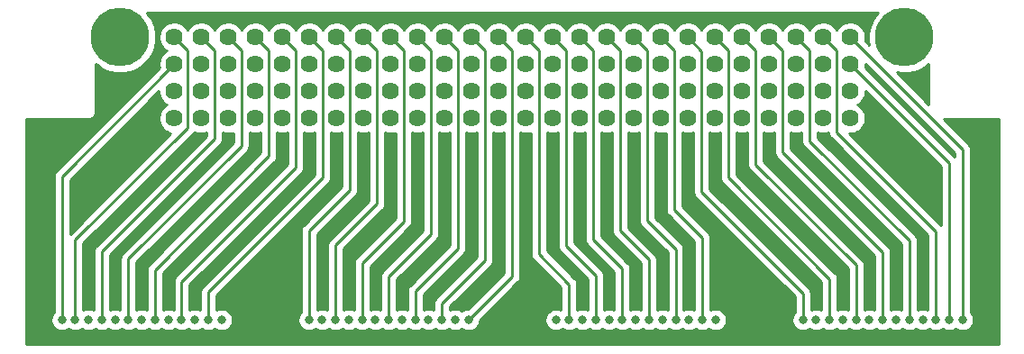
<source format=gbr>
%TF.GenerationSoftware,KiCad,Pcbnew,5.1.6-1.fc32*%
%TF.CreationDate,2020-06-21T11:50:06-03:00*%
%TF.ProjectId,pc104-adapter,70633130-342d-4616-9461-707465722e6b,rev?*%
%TF.SameCoordinates,Original*%
%TF.FileFunction,Copper,L3,Inr*%
%TF.FilePolarity,Positive*%
%FSLAX46Y46*%
G04 Gerber Fmt 4.6, Leading zero omitted, Abs format (unit mm)*
G04 Created by KiCad (PCBNEW 5.1.6-1.fc32) date 2020-06-21 11:50:06*
%MOMM*%
%LPD*%
G01*
G04 APERTURE LIST*
%TA.AperFunction,ViaPad*%
%ADD10C,1.620000*%
%TD*%
%TA.AperFunction,ViaPad*%
%ADD11C,5.500000*%
%TD*%
%TA.AperFunction,ViaPad*%
%ADD12C,0.800000*%
%TD*%
%TA.AperFunction,Conductor*%
%ADD13C,0.250000*%
%TD*%
%TA.AperFunction,NonConductor*%
%ADD14C,0.254000*%
%TD*%
G04 APERTURE END LIST*
D10*
%TO.N,/B52*%
%TO.C,J10*%
X168050000Y-85516000D03*
%TO.N,/B51*%
X168050000Y-88056000D03*
%TO.N,/B50*%
X165510000Y-85516000D03*
%TO.N,/B49*%
X165510000Y-88056000D03*
%TO.N,/B48*%
X162970000Y-85516000D03*
%TO.N,/B47*%
X162970000Y-88056000D03*
%TO.N,/B46*%
X160430000Y-85516000D03*
%TO.N,/B45*%
X160430000Y-88056000D03*
%TO.N,/B44*%
X157890000Y-85516000D03*
%TO.N,/B43*%
X157890000Y-88056000D03*
%TO.N,/B42*%
X155350000Y-85516000D03*
%TO.N,/B41*%
X155350000Y-88056000D03*
%TO.N,/B40*%
X152810000Y-85516000D03*
%TO.N,/B39*%
X152810000Y-88056000D03*
%TO.N,/B38*%
X150270000Y-85516000D03*
%TO.N,/B37*%
X150270000Y-88056000D03*
%TO.N,/B36*%
X147730000Y-85516000D03*
%TO.N,/B35*%
X147730000Y-88056000D03*
%TO.N,/B34*%
X145190000Y-85516000D03*
%TO.N,/B33*%
X145190000Y-88056000D03*
%TO.N,/B32*%
X142650000Y-85516000D03*
%TO.N,/B31*%
X142650000Y-88056000D03*
%TO.N,/B30*%
X140110000Y-85516000D03*
%TO.N,/B29*%
X140110000Y-88056000D03*
%TO.N,/B28*%
X137570000Y-85516000D03*
%TO.N,/B27*%
X137570000Y-88056000D03*
%TO.N,/B26*%
X135030000Y-85516000D03*
%TO.N,/B25*%
X135030000Y-88056000D03*
%TO.N,/B24*%
X132490000Y-85516000D03*
%TO.N,/B23*%
X132490000Y-88056000D03*
%TO.N,/B22*%
X129950000Y-85516000D03*
%TO.N,/B21*%
X129950000Y-88056000D03*
%TO.N,/B20*%
X127410000Y-85516000D03*
%TO.N,/B19*%
X127410000Y-88056000D03*
%TO.N,/B18*%
X124870000Y-85516000D03*
%TO.N,/B17*%
X124870000Y-88056000D03*
%TO.N,/B16*%
X122330000Y-85516000D03*
%TO.N,/B15*%
X122330000Y-88056000D03*
%TO.N,/B14*%
X119790000Y-85516000D03*
%TO.N,/B13*%
X119790000Y-88056000D03*
%TO.N,/B12*%
X117250000Y-85516000D03*
%TO.N,/B11*%
X117250000Y-88056000D03*
%TO.N,/B10*%
X114710000Y-85516000D03*
%TO.N,/B9*%
X114710000Y-88056000D03*
%TO.N,/B8*%
X112170000Y-85516000D03*
%TO.N,/B7*%
X112170000Y-88056000D03*
%TO.N,/B6*%
X109630000Y-85516000D03*
%TO.N,/B5*%
X109630000Y-88056000D03*
%TO.N,/B4*%
X107090000Y-85516000D03*
%TO.N,/B3*%
X107090000Y-88056000D03*
%TO.N,/B2*%
X104550000Y-85516000D03*
%TO.N,/B1*%
X104550000Y-88056000D03*
%TD*%
%TO.N,/A52*%
%TO.C,J9*%
X168050000Y-80436000D03*
%TO.N,/A51*%
X168050000Y-82976000D03*
%TO.N,/A50*%
X165510000Y-80436000D03*
%TO.N,/A49*%
X165510000Y-82976000D03*
%TO.N,/A48*%
X162970000Y-80436000D03*
%TO.N,/A47*%
X162970000Y-82976000D03*
%TO.N,/A46*%
X160430000Y-80436000D03*
%TO.N,/A45*%
X160430000Y-82976000D03*
%TO.N,/A44*%
X157890000Y-80436000D03*
%TO.N,/A43*%
X157890000Y-82976000D03*
%TO.N,/A42*%
X155350000Y-80436000D03*
%TO.N,/A41*%
X155350000Y-82976000D03*
%TO.N,/A40*%
X152810000Y-80436000D03*
%TO.N,/A39*%
X152810000Y-82976000D03*
%TO.N,/A38*%
X150270000Y-80436000D03*
%TO.N,/A37*%
X150270000Y-82976000D03*
%TO.N,/A36*%
X147730000Y-80436000D03*
%TO.N,/A35*%
X147730000Y-82976000D03*
%TO.N,/A34*%
X145190000Y-80436000D03*
%TO.N,/A33*%
X145190000Y-82976000D03*
%TO.N,/A32*%
X142650000Y-80436000D03*
%TO.N,/A31*%
X142650000Y-82976000D03*
%TO.N,/A30*%
X140110000Y-80436000D03*
%TO.N,/A29*%
X140110000Y-82976000D03*
%TO.N,/A28*%
X137570000Y-80436000D03*
%TO.N,/A27*%
X137570000Y-82976000D03*
%TO.N,/A26*%
X135030000Y-80436000D03*
%TO.N,/A25*%
X135030000Y-82976000D03*
%TO.N,/A24*%
X132490000Y-80436000D03*
%TO.N,/A23*%
X132490000Y-82976000D03*
%TO.N,/A22*%
X129950000Y-80436000D03*
%TO.N,/A21*%
X129950000Y-82976000D03*
%TO.N,/A20*%
X127410000Y-80436000D03*
%TO.N,/A19*%
X127410000Y-82976000D03*
%TO.N,/A18*%
X124870000Y-80436000D03*
%TO.N,/A17*%
X124870000Y-82976000D03*
%TO.N,/A16*%
X122330000Y-80436000D03*
%TO.N,/A15*%
X122330000Y-82976000D03*
%TO.N,/A14*%
X119790000Y-80436000D03*
%TO.N,/A13*%
X119790000Y-82976000D03*
%TO.N,/A12*%
X117250000Y-80436000D03*
%TO.N,/A11*%
X117250000Y-82976000D03*
%TO.N,/A10*%
X114710000Y-80436000D03*
%TO.N,/A9*%
X114710000Y-82976000D03*
%TO.N,/A8*%
X112170000Y-80436000D03*
%TO.N,/A7*%
X112170000Y-82976000D03*
%TO.N,/A6*%
X109630000Y-80436000D03*
%TO.N,/A5*%
X109630000Y-82976000D03*
%TO.N,/A4*%
X107090000Y-80436000D03*
%TO.N,/A3*%
X107090000Y-82976000D03*
%TO.N,/A2*%
X104550000Y-80436000D03*
%TO.N,/A1*%
X104550000Y-82976000D03*
%TD*%
D11*
%TO.N,GND*%
%TO.C,H2*%
X173140000Y-80436000D03*
%TD*%
%TO.N,GND*%
%TO.C,H1*%
X99460000Y-80436000D03*
%TD*%
D12*
%TO.N,/A13*%
X109000000Y-107000000D03*
%TO.N,/A12*%
X107750000Y-107000000D03*
%TO.N,/A11*%
X106500000Y-107000000D03*
%TO.N,/A10*%
X105250000Y-107000000D03*
%TO.N,/A9*%
X104000000Y-107000000D03*
%TO.N,/A8*%
X102750000Y-107000000D03*
%TO.N,/A7*%
X101500000Y-107000000D03*
%TO.N,/A6*%
X100250000Y-107000000D03*
%TO.N,/A5*%
X99000000Y-107000000D03*
%TO.N,/A4*%
X97750000Y-107000000D03*
%TO.N,/A3*%
X96500000Y-107000000D03*
%TO.N,/A2*%
X95250000Y-107000000D03*
%TO.N,/A1*%
X94000000Y-107000000D03*
%TO.N,/A26*%
X132200000Y-107000000D03*
%TO.N,/A25*%
X130950000Y-107000000D03*
%TO.N,/A24*%
X129700000Y-107000000D03*
%TO.N,/A23*%
X128450000Y-107000000D03*
%TO.N,/A22*%
X127200000Y-107000000D03*
%TO.N,/A21*%
X125950000Y-107000000D03*
%TO.N,/A20*%
X124700000Y-107000000D03*
%TO.N,/A19*%
X123450000Y-107000000D03*
%TO.N,/A18*%
X122200000Y-107000000D03*
%TO.N,/A17*%
X120950000Y-107000000D03*
%TO.N,/A16*%
X119700000Y-107000000D03*
%TO.N,/A15*%
X118450000Y-107000000D03*
%TO.N,/A14*%
X117200000Y-107000000D03*
%TO.N,/A39*%
X155400000Y-107000000D03*
%TO.N,/A38*%
X154150000Y-107000000D03*
%TO.N,/A37*%
X152900000Y-107000000D03*
%TO.N,/A36*%
X151650000Y-107000000D03*
%TO.N,/A35*%
X150400000Y-107000000D03*
%TO.N,/A34*%
X149150000Y-107000000D03*
%TO.N,/A33*%
X147900000Y-107000000D03*
%TO.N,/A32*%
X146650000Y-107000000D03*
%TO.N,/A31*%
X145400000Y-107000000D03*
%TO.N,/A30*%
X144150000Y-107000000D03*
%TO.N,/A29*%
X142900000Y-107000000D03*
%TO.N,/A28*%
X141650000Y-107000000D03*
%TO.N,/A27*%
X140400000Y-107000000D03*
%TO.N,/A52*%
X178600000Y-107000000D03*
%TO.N,/A51*%
X177350000Y-107000000D03*
%TO.N,/A50*%
X176100000Y-107000000D03*
%TO.N,/A49*%
X174850000Y-107000000D03*
%TO.N,/A48*%
X173600000Y-107000000D03*
%TO.N,/A47*%
X172350000Y-107000000D03*
%TO.N,/A46*%
X171100000Y-107000000D03*
%TO.N,/A45*%
X169850000Y-107000000D03*
%TO.N,/A44*%
X168600000Y-107000000D03*
%TO.N,/A43*%
X167350000Y-107000000D03*
%TO.N,/A42*%
X166100000Y-107000000D03*
%TO.N,/A41*%
X164850000Y-107000000D03*
%TO.N,/A40*%
X163600000Y-107000000D03*
%TD*%
D13*
%TO.N,/A12*%
X107750000Y-107000000D02*
X107750000Y-104400000D01*
X107750000Y-104400000D02*
X118500000Y-93650000D01*
X118500000Y-81686000D02*
X117250000Y-80436000D01*
X118500000Y-93650000D02*
X118500000Y-81686000D01*
%TO.N,/A10*%
X105250000Y-107000000D02*
X105250000Y-103400000D01*
X105250000Y-103400000D02*
X115950000Y-92700000D01*
X115950000Y-81676000D02*
X114710000Y-80436000D01*
X115950000Y-92700000D02*
X115950000Y-81676000D01*
%TO.N,/A8*%
X102750000Y-107000000D02*
X102750000Y-102300000D01*
X102750000Y-102300000D02*
X113450000Y-91600000D01*
X113450000Y-81716000D02*
X112170000Y-80436000D01*
X113450000Y-91600000D02*
X113450000Y-81716000D01*
%TO.N,/A6*%
X100250000Y-107000000D02*
X100250000Y-101250000D01*
X100250000Y-101250000D02*
X110850000Y-90650000D01*
X110850000Y-81656000D02*
X109630000Y-80436000D01*
X110850000Y-90650000D02*
X110850000Y-81656000D01*
%TO.N,/A4*%
X97750000Y-107000000D02*
X97750000Y-100600000D01*
X97750000Y-100600000D02*
X108350000Y-90000000D01*
X108350000Y-81696000D02*
X107090000Y-80436000D01*
X108350000Y-90000000D02*
X108350000Y-81696000D01*
%TO.N,/A2*%
X95250000Y-107000000D02*
X95250000Y-99500000D01*
X95250000Y-99500000D02*
X105800000Y-88950000D01*
X105800000Y-81686000D02*
X104550000Y-80436000D01*
X105800000Y-88950000D02*
X105800000Y-81686000D01*
%TO.N,/A1*%
X94000000Y-93526000D02*
X104550000Y-82976000D01*
X94000000Y-107000000D02*
X94000000Y-93526000D01*
%TO.N,/A26*%
X132200000Y-107000000D02*
X136300000Y-102900000D01*
X136300000Y-81706000D02*
X135030000Y-80436000D01*
X136300000Y-102900000D02*
X136300000Y-81706000D01*
%TO.N,/A24*%
X129700000Y-107000000D02*
X129700000Y-105450000D01*
X129700000Y-105450000D02*
X133750000Y-101400000D01*
X133750000Y-81696000D02*
X132490000Y-80436000D01*
X133750000Y-101400000D02*
X133750000Y-81696000D01*
%TO.N,/A22*%
X127200000Y-107000000D02*
X127200000Y-104300000D01*
X127200000Y-104300000D02*
X131200000Y-100300000D01*
X131200000Y-81686000D02*
X129950000Y-80436000D01*
X131200000Y-100300000D02*
X131200000Y-81686000D01*
%TO.N,/A20*%
X124700000Y-107000000D02*
X124700000Y-102900000D01*
X124700000Y-102900000D02*
X128650000Y-98950000D01*
X128650000Y-81676000D02*
X127410000Y-80436000D01*
X128650000Y-98950000D02*
X128650000Y-81676000D01*
%TO.N,/A18*%
X122200000Y-107000000D02*
X122200000Y-101650000D01*
X122200000Y-101650000D02*
X126100000Y-97750000D01*
X126100000Y-81666000D02*
X124870000Y-80436000D01*
X126100000Y-97750000D02*
X126100000Y-81666000D01*
%TO.N,/A16*%
X119700000Y-107000000D02*
X119700000Y-100000000D01*
X119700000Y-100000000D02*
X123600000Y-96100000D01*
X123600000Y-81706000D02*
X122330000Y-80436000D01*
X123600000Y-96100000D02*
X123600000Y-81706000D01*
%TO.N,/A14*%
X117200000Y-107000000D02*
X117200000Y-98650000D01*
X117200000Y-98650000D02*
X121050000Y-94800000D01*
X121050000Y-81696000D02*
X119790000Y-80436000D01*
X121050000Y-94800000D02*
X121050000Y-81696000D01*
%TO.N,/A38*%
X154150000Y-107000000D02*
X154150000Y-99300000D01*
X154150000Y-99300000D02*
X151500000Y-96650000D01*
X151500000Y-81666000D02*
X150270000Y-80436000D01*
X151500000Y-96650000D02*
X151500000Y-81666000D01*
%TO.N,/A36*%
X151650000Y-107000000D02*
X151650000Y-100350000D01*
X151650000Y-100350000D02*
X149000000Y-97700000D01*
X149000000Y-81706000D02*
X147730000Y-80436000D01*
X149000000Y-97700000D02*
X149000000Y-81706000D01*
%TO.N,/A34*%
X149150000Y-107000000D02*
X149150000Y-101350000D01*
X149150000Y-101350000D02*
X146450000Y-98650000D01*
X146450000Y-81696000D02*
X145190000Y-80436000D01*
X146450000Y-98650000D02*
X146450000Y-81696000D01*
%TO.N,/A32*%
X146650000Y-107000000D02*
X146650000Y-102200000D01*
X146650000Y-102200000D02*
X143900000Y-99450000D01*
X143900000Y-81686000D02*
X142650000Y-80436000D01*
X143900000Y-99450000D02*
X143900000Y-81686000D01*
%TO.N,/A30*%
X144150000Y-107000000D02*
X144150000Y-102850000D01*
X144150000Y-102850000D02*
X141350000Y-100050000D01*
X141350000Y-81676000D02*
X140110000Y-80436000D01*
X141350000Y-100050000D02*
X141350000Y-81676000D01*
%TO.N,/A28*%
X141650000Y-107000000D02*
X141650000Y-103650000D01*
X141650000Y-103650000D02*
X138800000Y-100800000D01*
X138800000Y-81666000D02*
X137570000Y-80436000D01*
X138800000Y-100800000D02*
X138800000Y-81666000D01*
%TO.N,/A52*%
X178600000Y-90986000D02*
X168050000Y-80436000D01*
X178600000Y-107000000D02*
X178600000Y-90986000D01*
%TO.N,/A51*%
X177350000Y-92276000D02*
X168050000Y-82976000D01*
X177350000Y-107000000D02*
X177350000Y-92276000D01*
%TO.N,/A50*%
X176100000Y-107000000D02*
X176100000Y-98700000D01*
X176100000Y-98700000D02*
X166750000Y-89350000D01*
X166750000Y-81676000D02*
X165510000Y-80436000D01*
X166750000Y-89350000D02*
X166750000Y-81676000D01*
%TO.N,/A48*%
X173600000Y-107000000D02*
X173600000Y-99550000D01*
X173600000Y-99550000D02*
X164250000Y-90200000D01*
X164250000Y-81716000D02*
X162970000Y-80436000D01*
X164250000Y-90200000D02*
X164250000Y-81716000D01*
%TO.N,/A46*%
X171100000Y-107000000D02*
X171100000Y-100650000D01*
X171100000Y-100650000D02*
X161700000Y-91250000D01*
X161700000Y-81706000D02*
X160430000Y-80436000D01*
X161700000Y-91250000D02*
X161700000Y-81706000D01*
%TO.N,/A44*%
X168600000Y-107000000D02*
X168600000Y-101850000D01*
X168600000Y-101850000D02*
X159150000Y-92400000D01*
X159150000Y-81696000D02*
X157890000Y-80436000D01*
X159150000Y-92400000D02*
X159150000Y-81696000D01*
%TO.N,/A42*%
X166100000Y-107000000D02*
X166100000Y-103150000D01*
X166100000Y-103150000D02*
X156600000Y-93650000D01*
X156600000Y-81686000D02*
X155350000Y-80436000D01*
X156600000Y-93650000D02*
X156600000Y-81686000D01*
%TO.N,/A40*%
X163600000Y-107000000D02*
X163600000Y-104500000D01*
X163600000Y-104500000D02*
X154100000Y-95000000D01*
X154100000Y-81726000D02*
X152810000Y-80436000D01*
X154100000Y-95000000D02*
X154100000Y-81726000D01*
%TD*%
D14*
G36*
X170510698Y-78278188D02*
G01*
X170140252Y-78832601D01*
X169885083Y-79448632D01*
X169755000Y-80102607D01*
X169755000Y-80769393D01*
X169828697Y-81139896D01*
X169457193Y-80768392D01*
X169495000Y-80578320D01*
X169495000Y-80293680D01*
X169439470Y-80014509D01*
X169330543Y-79751536D01*
X169172405Y-79514866D01*
X168971134Y-79313595D01*
X168734464Y-79155457D01*
X168471491Y-79046530D01*
X168192320Y-78991000D01*
X167907680Y-78991000D01*
X167628509Y-79046530D01*
X167365536Y-79155457D01*
X167128866Y-79313595D01*
X166927595Y-79514866D01*
X166780000Y-79735757D01*
X166632405Y-79514866D01*
X166431134Y-79313595D01*
X166194464Y-79155457D01*
X165931491Y-79046530D01*
X165652320Y-78991000D01*
X165367680Y-78991000D01*
X165088509Y-79046530D01*
X164825536Y-79155457D01*
X164588866Y-79313595D01*
X164387595Y-79514866D01*
X164240000Y-79735757D01*
X164092405Y-79514866D01*
X163891134Y-79313595D01*
X163654464Y-79155457D01*
X163391491Y-79046530D01*
X163112320Y-78991000D01*
X162827680Y-78991000D01*
X162548509Y-79046530D01*
X162285536Y-79155457D01*
X162048866Y-79313595D01*
X161847595Y-79514866D01*
X161700000Y-79735757D01*
X161552405Y-79514866D01*
X161351134Y-79313595D01*
X161114464Y-79155457D01*
X160851491Y-79046530D01*
X160572320Y-78991000D01*
X160287680Y-78991000D01*
X160008509Y-79046530D01*
X159745536Y-79155457D01*
X159508866Y-79313595D01*
X159307595Y-79514866D01*
X159160000Y-79735757D01*
X159012405Y-79514866D01*
X158811134Y-79313595D01*
X158574464Y-79155457D01*
X158311491Y-79046530D01*
X158032320Y-78991000D01*
X157747680Y-78991000D01*
X157468509Y-79046530D01*
X157205536Y-79155457D01*
X156968866Y-79313595D01*
X156767595Y-79514866D01*
X156620000Y-79735757D01*
X156472405Y-79514866D01*
X156271134Y-79313595D01*
X156034464Y-79155457D01*
X155771491Y-79046530D01*
X155492320Y-78991000D01*
X155207680Y-78991000D01*
X154928509Y-79046530D01*
X154665536Y-79155457D01*
X154428866Y-79313595D01*
X154227595Y-79514866D01*
X154080000Y-79735757D01*
X153932405Y-79514866D01*
X153731134Y-79313595D01*
X153494464Y-79155457D01*
X153231491Y-79046530D01*
X152952320Y-78991000D01*
X152667680Y-78991000D01*
X152388509Y-79046530D01*
X152125536Y-79155457D01*
X151888866Y-79313595D01*
X151687595Y-79514866D01*
X151540000Y-79735757D01*
X151392405Y-79514866D01*
X151191134Y-79313595D01*
X150954464Y-79155457D01*
X150691491Y-79046530D01*
X150412320Y-78991000D01*
X150127680Y-78991000D01*
X149848509Y-79046530D01*
X149585536Y-79155457D01*
X149348866Y-79313595D01*
X149147595Y-79514866D01*
X149000000Y-79735757D01*
X148852405Y-79514866D01*
X148651134Y-79313595D01*
X148414464Y-79155457D01*
X148151491Y-79046530D01*
X147872320Y-78991000D01*
X147587680Y-78991000D01*
X147308509Y-79046530D01*
X147045536Y-79155457D01*
X146808866Y-79313595D01*
X146607595Y-79514866D01*
X146460000Y-79735757D01*
X146312405Y-79514866D01*
X146111134Y-79313595D01*
X145874464Y-79155457D01*
X145611491Y-79046530D01*
X145332320Y-78991000D01*
X145047680Y-78991000D01*
X144768509Y-79046530D01*
X144505536Y-79155457D01*
X144268866Y-79313595D01*
X144067595Y-79514866D01*
X143920000Y-79735757D01*
X143772405Y-79514866D01*
X143571134Y-79313595D01*
X143334464Y-79155457D01*
X143071491Y-79046530D01*
X142792320Y-78991000D01*
X142507680Y-78991000D01*
X142228509Y-79046530D01*
X141965536Y-79155457D01*
X141728866Y-79313595D01*
X141527595Y-79514866D01*
X141380000Y-79735757D01*
X141232405Y-79514866D01*
X141031134Y-79313595D01*
X140794464Y-79155457D01*
X140531491Y-79046530D01*
X140252320Y-78991000D01*
X139967680Y-78991000D01*
X139688509Y-79046530D01*
X139425536Y-79155457D01*
X139188866Y-79313595D01*
X138987595Y-79514866D01*
X138840000Y-79735757D01*
X138692405Y-79514866D01*
X138491134Y-79313595D01*
X138254464Y-79155457D01*
X137991491Y-79046530D01*
X137712320Y-78991000D01*
X137427680Y-78991000D01*
X137148509Y-79046530D01*
X136885536Y-79155457D01*
X136648866Y-79313595D01*
X136447595Y-79514866D01*
X136300000Y-79735757D01*
X136152405Y-79514866D01*
X135951134Y-79313595D01*
X135714464Y-79155457D01*
X135451491Y-79046530D01*
X135172320Y-78991000D01*
X134887680Y-78991000D01*
X134608509Y-79046530D01*
X134345536Y-79155457D01*
X134108866Y-79313595D01*
X133907595Y-79514866D01*
X133760000Y-79735757D01*
X133612405Y-79514866D01*
X133411134Y-79313595D01*
X133174464Y-79155457D01*
X132911491Y-79046530D01*
X132632320Y-78991000D01*
X132347680Y-78991000D01*
X132068509Y-79046530D01*
X131805536Y-79155457D01*
X131568866Y-79313595D01*
X131367595Y-79514866D01*
X131220000Y-79735757D01*
X131072405Y-79514866D01*
X130871134Y-79313595D01*
X130634464Y-79155457D01*
X130371491Y-79046530D01*
X130092320Y-78991000D01*
X129807680Y-78991000D01*
X129528509Y-79046530D01*
X129265536Y-79155457D01*
X129028866Y-79313595D01*
X128827595Y-79514866D01*
X128680000Y-79735757D01*
X128532405Y-79514866D01*
X128331134Y-79313595D01*
X128094464Y-79155457D01*
X127831491Y-79046530D01*
X127552320Y-78991000D01*
X127267680Y-78991000D01*
X126988509Y-79046530D01*
X126725536Y-79155457D01*
X126488866Y-79313595D01*
X126287595Y-79514866D01*
X126140000Y-79735757D01*
X125992405Y-79514866D01*
X125791134Y-79313595D01*
X125554464Y-79155457D01*
X125291491Y-79046530D01*
X125012320Y-78991000D01*
X124727680Y-78991000D01*
X124448509Y-79046530D01*
X124185536Y-79155457D01*
X123948866Y-79313595D01*
X123747595Y-79514866D01*
X123600000Y-79735757D01*
X123452405Y-79514866D01*
X123251134Y-79313595D01*
X123014464Y-79155457D01*
X122751491Y-79046530D01*
X122472320Y-78991000D01*
X122187680Y-78991000D01*
X121908509Y-79046530D01*
X121645536Y-79155457D01*
X121408866Y-79313595D01*
X121207595Y-79514866D01*
X121060000Y-79735757D01*
X120912405Y-79514866D01*
X120711134Y-79313595D01*
X120474464Y-79155457D01*
X120211491Y-79046530D01*
X119932320Y-78991000D01*
X119647680Y-78991000D01*
X119368509Y-79046530D01*
X119105536Y-79155457D01*
X118868866Y-79313595D01*
X118667595Y-79514866D01*
X118520000Y-79735757D01*
X118372405Y-79514866D01*
X118171134Y-79313595D01*
X117934464Y-79155457D01*
X117671491Y-79046530D01*
X117392320Y-78991000D01*
X117107680Y-78991000D01*
X116828509Y-79046530D01*
X116565536Y-79155457D01*
X116328866Y-79313595D01*
X116127595Y-79514866D01*
X115980000Y-79735757D01*
X115832405Y-79514866D01*
X115631134Y-79313595D01*
X115394464Y-79155457D01*
X115131491Y-79046530D01*
X114852320Y-78991000D01*
X114567680Y-78991000D01*
X114288509Y-79046530D01*
X114025536Y-79155457D01*
X113788866Y-79313595D01*
X113587595Y-79514866D01*
X113440000Y-79735757D01*
X113292405Y-79514866D01*
X113091134Y-79313595D01*
X112854464Y-79155457D01*
X112591491Y-79046530D01*
X112312320Y-78991000D01*
X112027680Y-78991000D01*
X111748509Y-79046530D01*
X111485536Y-79155457D01*
X111248866Y-79313595D01*
X111047595Y-79514866D01*
X110900000Y-79735757D01*
X110752405Y-79514866D01*
X110551134Y-79313595D01*
X110314464Y-79155457D01*
X110051491Y-79046530D01*
X109772320Y-78991000D01*
X109487680Y-78991000D01*
X109208509Y-79046530D01*
X108945536Y-79155457D01*
X108708866Y-79313595D01*
X108507595Y-79514866D01*
X108360000Y-79735757D01*
X108212405Y-79514866D01*
X108011134Y-79313595D01*
X107774464Y-79155457D01*
X107511491Y-79046530D01*
X107232320Y-78991000D01*
X106947680Y-78991000D01*
X106668509Y-79046530D01*
X106405536Y-79155457D01*
X106168866Y-79313595D01*
X105967595Y-79514866D01*
X105820000Y-79735757D01*
X105672405Y-79514866D01*
X105471134Y-79313595D01*
X105234464Y-79155457D01*
X104971491Y-79046530D01*
X104692320Y-78991000D01*
X104407680Y-78991000D01*
X104128509Y-79046530D01*
X103865536Y-79155457D01*
X103628866Y-79313595D01*
X103427595Y-79514866D01*
X103269457Y-79751536D01*
X103160530Y-80014509D01*
X103105000Y-80293680D01*
X103105000Y-80578320D01*
X103160530Y-80857491D01*
X103269457Y-81120464D01*
X103427595Y-81357134D01*
X103628866Y-81558405D01*
X103849757Y-81706000D01*
X103628866Y-81853595D01*
X103427595Y-82054866D01*
X103269457Y-82291536D01*
X103160530Y-82554509D01*
X103105000Y-82833680D01*
X103105000Y-83118320D01*
X103142807Y-83308391D01*
X93488998Y-92962201D01*
X93460000Y-92985999D01*
X93436202Y-93014997D01*
X93436201Y-93014998D01*
X93365026Y-93101724D01*
X93294454Y-93233754D01*
X93264180Y-93333558D01*
X93256841Y-93357754D01*
X93250998Y-93377015D01*
X93236324Y-93526000D01*
X93240001Y-93563332D01*
X93240000Y-106296289D01*
X93196063Y-106340226D01*
X93082795Y-106509744D01*
X93004774Y-106698102D01*
X92965000Y-106898061D01*
X92965000Y-107101939D01*
X93004774Y-107301898D01*
X93082795Y-107490256D01*
X93196063Y-107659774D01*
X93340226Y-107803937D01*
X93509744Y-107917205D01*
X93698102Y-107995226D01*
X93898061Y-108035000D01*
X94101939Y-108035000D01*
X94301898Y-107995226D01*
X94490256Y-107917205D01*
X94625000Y-107827172D01*
X94759744Y-107917205D01*
X94948102Y-107995226D01*
X95148061Y-108035000D01*
X95351939Y-108035000D01*
X95551898Y-107995226D01*
X95740256Y-107917205D01*
X95875000Y-107827172D01*
X96009744Y-107917205D01*
X96198102Y-107995226D01*
X96398061Y-108035000D01*
X96601939Y-108035000D01*
X96801898Y-107995226D01*
X96990256Y-107917205D01*
X97125000Y-107827172D01*
X97259744Y-107917205D01*
X97448102Y-107995226D01*
X97648061Y-108035000D01*
X97851939Y-108035000D01*
X98051898Y-107995226D01*
X98240256Y-107917205D01*
X98375000Y-107827172D01*
X98509744Y-107917205D01*
X98698102Y-107995226D01*
X98898061Y-108035000D01*
X99101939Y-108035000D01*
X99301898Y-107995226D01*
X99490256Y-107917205D01*
X99625000Y-107827172D01*
X99759744Y-107917205D01*
X99948102Y-107995226D01*
X100148061Y-108035000D01*
X100351939Y-108035000D01*
X100551898Y-107995226D01*
X100740256Y-107917205D01*
X100875000Y-107827172D01*
X101009744Y-107917205D01*
X101198102Y-107995226D01*
X101398061Y-108035000D01*
X101601939Y-108035000D01*
X101801898Y-107995226D01*
X101990256Y-107917205D01*
X102125000Y-107827172D01*
X102259744Y-107917205D01*
X102448102Y-107995226D01*
X102648061Y-108035000D01*
X102851939Y-108035000D01*
X103051898Y-107995226D01*
X103240256Y-107917205D01*
X103375000Y-107827172D01*
X103509744Y-107917205D01*
X103698102Y-107995226D01*
X103898061Y-108035000D01*
X104101939Y-108035000D01*
X104301898Y-107995226D01*
X104490256Y-107917205D01*
X104625000Y-107827172D01*
X104759744Y-107917205D01*
X104948102Y-107995226D01*
X105148061Y-108035000D01*
X105351939Y-108035000D01*
X105551898Y-107995226D01*
X105740256Y-107917205D01*
X105875000Y-107827172D01*
X106009744Y-107917205D01*
X106198102Y-107995226D01*
X106398061Y-108035000D01*
X106601939Y-108035000D01*
X106801898Y-107995226D01*
X106990256Y-107917205D01*
X107125000Y-107827172D01*
X107259744Y-107917205D01*
X107448102Y-107995226D01*
X107648061Y-108035000D01*
X107851939Y-108035000D01*
X108051898Y-107995226D01*
X108240256Y-107917205D01*
X108375000Y-107827172D01*
X108509744Y-107917205D01*
X108698102Y-107995226D01*
X108898061Y-108035000D01*
X109101939Y-108035000D01*
X109301898Y-107995226D01*
X109490256Y-107917205D01*
X109659774Y-107803937D01*
X109803937Y-107659774D01*
X109917205Y-107490256D01*
X109995226Y-107301898D01*
X110035000Y-107101939D01*
X110035000Y-106898061D01*
X109995226Y-106698102D01*
X109917205Y-106509744D01*
X109803937Y-106340226D01*
X109659774Y-106196063D01*
X109490256Y-106082795D01*
X109301898Y-106004774D01*
X109101939Y-105965000D01*
X108898061Y-105965000D01*
X108698102Y-106004774D01*
X108510000Y-106082689D01*
X108510000Y-104714801D01*
X119011004Y-94213798D01*
X119040001Y-94190001D01*
X119134974Y-94074276D01*
X119205546Y-93942247D01*
X119249003Y-93798986D01*
X119260000Y-93687333D01*
X119260000Y-93687325D01*
X119263676Y-93650000D01*
X119260000Y-93612675D01*
X119260000Y-89400524D01*
X119368509Y-89445470D01*
X119647680Y-89501000D01*
X119932320Y-89501000D01*
X120211491Y-89445470D01*
X120290000Y-89412950D01*
X120290000Y-94485198D01*
X116688998Y-98086201D01*
X116660000Y-98109999D01*
X116636202Y-98138997D01*
X116636201Y-98138998D01*
X116565026Y-98225724D01*
X116494454Y-98357754D01*
X116450998Y-98501015D01*
X116436324Y-98650000D01*
X116440001Y-98687332D01*
X116440000Y-106296289D01*
X116396063Y-106340226D01*
X116282795Y-106509744D01*
X116204774Y-106698102D01*
X116165000Y-106898061D01*
X116165000Y-107101939D01*
X116204774Y-107301898D01*
X116282795Y-107490256D01*
X116396063Y-107659774D01*
X116540226Y-107803937D01*
X116709744Y-107917205D01*
X116898102Y-107995226D01*
X117098061Y-108035000D01*
X117301939Y-108035000D01*
X117501898Y-107995226D01*
X117690256Y-107917205D01*
X117825000Y-107827172D01*
X117959744Y-107917205D01*
X118148102Y-107995226D01*
X118348061Y-108035000D01*
X118551939Y-108035000D01*
X118751898Y-107995226D01*
X118940256Y-107917205D01*
X119075000Y-107827172D01*
X119209744Y-107917205D01*
X119398102Y-107995226D01*
X119598061Y-108035000D01*
X119801939Y-108035000D01*
X120001898Y-107995226D01*
X120190256Y-107917205D01*
X120325000Y-107827172D01*
X120459744Y-107917205D01*
X120648102Y-107995226D01*
X120848061Y-108035000D01*
X121051939Y-108035000D01*
X121251898Y-107995226D01*
X121440256Y-107917205D01*
X121575000Y-107827172D01*
X121709744Y-107917205D01*
X121898102Y-107995226D01*
X122098061Y-108035000D01*
X122301939Y-108035000D01*
X122501898Y-107995226D01*
X122690256Y-107917205D01*
X122825000Y-107827172D01*
X122959744Y-107917205D01*
X123148102Y-107995226D01*
X123348061Y-108035000D01*
X123551939Y-108035000D01*
X123751898Y-107995226D01*
X123940256Y-107917205D01*
X124075000Y-107827172D01*
X124209744Y-107917205D01*
X124398102Y-107995226D01*
X124598061Y-108035000D01*
X124801939Y-108035000D01*
X125001898Y-107995226D01*
X125190256Y-107917205D01*
X125325000Y-107827172D01*
X125459744Y-107917205D01*
X125648102Y-107995226D01*
X125848061Y-108035000D01*
X126051939Y-108035000D01*
X126251898Y-107995226D01*
X126440256Y-107917205D01*
X126575000Y-107827172D01*
X126709744Y-107917205D01*
X126898102Y-107995226D01*
X127098061Y-108035000D01*
X127301939Y-108035000D01*
X127501898Y-107995226D01*
X127690256Y-107917205D01*
X127825000Y-107827172D01*
X127959744Y-107917205D01*
X128148102Y-107995226D01*
X128348061Y-108035000D01*
X128551939Y-108035000D01*
X128751898Y-107995226D01*
X128940256Y-107917205D01*
X129075000Y-107827172D01*
X129209744Y-107917205D01*
X129398102Y-107995226D01*
X129598061Y-108035000D01*
X129801939Y-108035000D01*
X130001898Y-107995226D01*
X130190256Y-107917205D01*
X130325000Y-107827172D01*
X130459744Y-107917205D01*
X130648102Y-107995226D01*
X130848061Y-108035000D01*
X131051939Y-108035000D01*
X131251898Y-107995226D01*
X131440256Y-107917205D01*
X131575000Y-107827172D01*
X131709744Y-107917205D01*
X131898102Y-107995226D01*
X132098061Y-108035000D01*
X132301939Y-108035000D01*
X132501898Y-107995226D01*
X132690256Y-107917205D01*
X132859774Y-107803937D01*
X133003937Y-107659774D01*
X133117205Y-107490256D01*
X133195226Y-107301898D01*
X133235000Y-107101939D01*
X133235000Y-107039801D01*
X136811004Y-103463798D01*
X136840001Y-103440001D01*
X136934974Y-103324276D01*
X137005546Y-103192247D01*
X137049003Y-103048986D01*
X137060000Y-102937333D01*
X137060000Y-102937332D01*
X137063677Y-102900000D01*
X137060000Y-102862667D01*
X137060000Y-89408808D01*
X137148509Y-89445470D01*
X137427680Y-89501000D01*
X137712320Y-89501000D01*
X137991491Y-89445470D01*
X138040001Y-89425377D01*
X138040000Y-100762678D01*
X138036324Y-100800000D01*
X138040000Y-100837322D01*
X138040000Y-100837332D01*
X138050997Y-100948985D01*
X138083991Y-101057753D01*
X138094454Y-101092246D01*
X138165026Y-101224276D01*
X138186970Y-101251014D01*
X138259999Y-101340001D01*
X138289003Y-101363804D01*
X140890001Y-103964803D01*
X140890000Y-106082689D01*
X140701898Y-106004774D01*
X140501939Y-105965000D01*
X140298061Y-105965000D01*
X140098102Y-106004774D01*
X139909744Y-106082795D01*
X139740226Y-106196063D01*
X139596063Y-106340226D01*
X139482795Y-106509744D01*
X139404774Y-106698102D01*
X139365000Y-106898061D01*
X139365000Y-107101939D01*
X139404774Y-107301898D01*
X139482795Y-107490256D01*
X139596063Y-107659774D01*
X139740226Y-107803937D01*
X139909744Y-107917205D01*
X140098102Y-107995226D01*
X140298061Y-108035000D01*
X140501939Y-108035000D01*
X140701898Y-107995226D01*
X140890256Y-107917205D01*
X141025000Y-107827172D01*
X141159744Y-107917205D01*
X141348102Y-107995226D01*
X141548061Y-108035000D01*
X141751939Y-108035000D01*
X141951898Y-107995226D01*
X142140256Y-107917205D01*
X142275000Y-107827172D01*
X142409744Y-107917205D01*
X142598102Y-107995226D01*
X142798061Y-108035000D01*
X143001939Y-108035000D01*
X143201898Y-107995226D01*
X143390256Y-107917205D01*
X143525000Y-107827172D01*
X143659744Y-107917205D01*
X143848102Y-107995226D01*
X144048061Y-108035000D01*
X144251939Y-108035000D01*
X144451898Y-107995226D01*
X144640256Y-107917205D01*
X144775000Y-107827172D01*
X144909744Y-107917205D01*
X145098102Y-107995226D01*
X145298061Y-108035000D01*
X145501939Y-108035000D01*
X145701898Y-107995226D01*
X145890256Y-107917205D01*
X146025000Y-107827172D01*
X146159744Y-107917205D01*
X146348102Y-107995226D01*
X146548061Y-108035000D01*
X146751939Y-108035000D01*
X146951898Y-107995226D01*
X147140256Y-107917205D01*
X147275000Y-107827172D01*
X147409744Y-107917205D01*
X147598102Y-107995226D01*
X147798061Y-108035000D01*
X148001939Y-108035000D01*
X148201898Y-107995226D01*
X148390256Y-107917205D01*
X148525000Y-107827172D01*
X148659744Y-107917205D01*
X148848102Y-107995226D01*
X149048061Y-108035000D01*
X149251939Y-108035000D01*
X149451898Y-107995226D01*
X149640256Y-107917205D01*
X149775000Y-107827172D01*
X149909744Y-107917205D01*
X150098102Y-107995226D01*
X150298061Y-108035000D01*
X150501939Y-108035000D01*
X150701898Y-107995226D01*
X150890256Y-107917205D01*
X151025000Y-107827172D01*
X151159744Y-107917205D01*
X151348102Y-107995226D01*
X151548061Y-108035000D01*
X151751939Y-108035000D01*
X151951898Y-107995226D01*
X152140256Y-107917205D01*
X152275000Y-107827172D01*
X152409744Y-107917205D01*
X152598102Y-107995226D01*
X152798061Y-108035000D01*
X153001939Y-108035000D01*
X153201898Y-107995226D01*
X153390256Y-107917205D01*
X153525000Y-107827172D01*
X153659744Y-107917205D01*
X153848102Y-107995226D01*
X154048061Y-108035000D01*
X154251939Y-108035000D01*
X154451898Y-107995226D01*
X154640256Y-107917205D01*
X154775000Y-107827172D01*
X154909744Y-107917205D01*
X155098102Y-107995226D01*
X155298061Y-108035000D01*
X155501939Y-108035000D01*
X155701898Y-107995226D01*
X155890256Y-107917205D01*
X156059774Y-107803937D01*
X156203937Y-107659774D01*
X156317205Y-107490256D01*
X156395226Y-107301898D01*
X156435000Y-107101939D01*
X156435000Y-106898061D01*
X156395226Y-106698102D01*
X156317205Y-106509744D01*
X156203937Y-106340226D01*
X156059774Y-106196063D01*
X155890256Y-106082795D01*
X155701898Y-106004774D01*
X155501939Y-105965000D01*
X155298061Y-105965000D01*
X155098102Y-106004774D01*
X154910000Y-106082689D01*
X154910000Y-99337323D01*
X154913676Y-99300000D01*
X154910000Y-99262677D01*
X154910000Y-99262667D01*
X154899003Y-99151014D01*
X154855546Y-99007753D01*
X154820532Y-98942247D01*
X154784974Y-98875723D01*
X154713799Y-98788997D01*
X154690001Y-98759999D01*
X154661003Y-98736201D01*
X152260000Y-96335199D01*
X152260000Y-89392240D01*
X152388509Y-89445470D01*
X152667680Y-89501000D01*
X152952320Y-89501000D01*
X153231491Y-89445470D01*
X153340000Y-89400524D01*
X153340000Y-94962678D01*
X153336324Y-95000000D01*
X153340000Y-95037322D01*
X153340000Y-95037332D01*
X153350997Y-95148985D01*
X153394454Y-95292246D01*
X153465026Y-95424276D01*
X153473806Y-95434974D01*
X153559999Y-95540001D01*
X153589003Y-95563804D01*
X162840001Y-104814803D01*
X162840000Y-106296289D01*
X162796063Y-106340226D01*
X162682795Y-106509744D01*
X162604774Y-106698102D01*
X162565000Y-106898061D01*
X162565000Y-107101939D01*
X162604774Y-107301898D01*
X162682795Y-107490256D01*
X162796063Y-107659774D01*
X162940226Y-107803937D01*
X163109744Y-107917205D01*
X163298102Y-107995226D01*
X163498061Y-108035000D01*
X163701939Y-108035000D01*
X163901898Y-107995226D01*
X164090256Y-107917205D01*
X164225000Y-107827172D01*
X164359744Y-107917205D01*
X164548102Y-107995226D01*
X164748061Y-108035000D01*
X164951939Y-108035000D01*
X165151898Y-107995226D01*
X165340256Y-107917205D01*
X165475000Y-107827172D01*
X165609744Y-107917205D01*
X165798102Y-107995226D01*
X165998061Y-108035000D01*
X166201939Y-108035000D01*
X166401898Y-107995226D01*
X166590256Y-107917205D01*
X166725000Y-107827172D01*
X166859744Y-107917205D01*
X167048102Y-107995226D01*
X167248061Y-108035000D01*
X167451939Y-108035000D01*
X167651898Y-107995226D01*
X167840256Y-107917205D01*
X167975000Y-107827172D01*
X168109744Y-107917205D01*
X168298102Y-107995226D01*
X168498061Y-108035000D01*
X168701939Y-108035000D01*
X168901898Y-107995226D01*
X169090256Y-107917205D01*
X169225000Y-107827172D01*
X169359744Y-107917205D01*
X169548102Y-107995226D01*
X169748061Y-108035000D01*
X169951939Y-108035000D01*
X170151898Y-107995226D01*
X170340256Y-107917205D01*
X170475000Y-107827172D01*
X170609744Y-107917205D01*
X170798102Y-107995226D01*
X170998061Y-108035000D01*
X171201939Y-108035000D01*
X171401898Y-107995226D01*
X171590256Y-107917205D01*
X171725000Y-107827172D01*
X171859744Y-107917205D01*
X172048102Y-107995226D01*
X172248061Y-108035000D01*
X172451939Y-108035000D01*
X172651898Y-107995226D01*
X172840256Y-107917205D01*
X172975000Y-107827172D01*
X173109744Y-107917205D01*
X173298102Y-107995226D01*
X173498061Y-108035000D01*
X173701939Y-108035000D01*
X173901898Y-107995226D01*
X174090256Y-107917205D01*
X174225000Y-107827172D01*
X174359744Y-107917205D01*
X174548102Y-107995226D01*
X174748061Y-108035000D01*
X174951939Y-108035000D01*
X175151898Y-107995226D01*
X175340256Y-107917205D01*
X175475000Y-107827172D01*
X175609744Y-107917205D01*
X175798102Y-107995226D01*
X175998061Y-108035000D01*
X176201939Y-108035000D01*
X176401898Y-107995226D01*
X176590256Y-107917205D01*
X176725000Y-107827172D01*
X176859744Y-107917205D01*
X177048102Y-107995226D01*
X177248061Y-108035000D01*
X177451939Y-108035000D01*
X177651898Y-107995226D01*
X177840256Y-107917205D01*
X177975000Y-107827172D01*
X178109744Y-107917205D01*
X178298102Y-107995226D01*
X178498061Y-108035000D01*
X178701939Y-108035000D01*
X178901898Y-107995226D01*
X179090256Y-107917205D01*
X179259774Y-107803937D01*
X179403937Y-107659774D01*
X179517205Y-107490256D01*
X179595226Y-107301898D01*
X179635000Y-107101939D01*
X179635000Y-106898061D01*
X179595226Y-106698102D01*
X179517205Y-106509744D01*
X179403937Y-106340226D01*
X179360000Y-106296289D01*
X179360000Y-91023322D01*
X179363676Y-90985999D01*
X179360000Y-90948676D01*
X179360000Y-90948667D01*
X179349003Y-90837014D01*
X179305546Y-90693753D01*
X179274128Y-90634974D01*
X179234974Y-90561723D01*
X179163799Y-90474997D01*
X179140001Y-90445999D01*
X179111003Y-90422201D01*
X176834802Y-88146000D01*
X181990001Y-88146000D01*
X181990000Y-109290000D01*
X90610000Y-109290000D01*
X90610000Y-88146000D01*
X96425123Y-88146000D01*
X96460000Y-88149435D01*
X96494877Y-88146000D01*
X96599184Y-88135727D01*
X96733020Y-88095128D01*
X96856363Y-88029200D01*
X96964475Y-87940475D01*
X97053200Y-87832363D01*
X97119128Y-87709020D01*
X97159727Y-87575184D01*
X97173435Y-87436000D01*
X97170000Y-87401123D01*
X97170000Y-82933114D01*
X97302188Y-83065302D01*
X97856601Y-83435748D01*
X98472632Y-83690917D01*
X99126607Y-83821000D01*
X99793393Y-83821000D01*
X100447368Y-83690917D01*
X101063399Y-83435748D01*
X101617812Y-83065302D01*
X102089302Y-82593812D01*
X102459748Y-82039399D01*
X102714917Y-81423368D01*
X102845000Y-80769393D01*
X102845000Y-80102607D01*
X102714917Y-79448632D01*
X102459748Y-78832601D01*
X102089302Y-78278188D01*
X101957114Y-78146000D01*
X170642886Y-78146000D01*
X170510698Y-78278188D01*
G37*
X170510698Y-78278188D02*
X170140252Y-78832601D01*
X169885083Y-79448632D01*
X169755000Y-80102607D01*
X169755000Y-80769393D01*
X169828697Y-81139896D01*
X169457193Y-80768392D01*
X169495000Y-80578320D01*
X169495000Y-80293680D01*
X169439470Y-80014509D01*
X169330543Y-79751536D01*
X169172405Y-79514866D01*
X168971134Y-79313595D01*
X168734464Y-79155457D01*
X168471491Y-79046530D01*
X168192320Y-78991000D01*
X167907680Y-78991000D01*
X167628509Y-79046530D01*
X167365536Y-79155457D01*
X167128866Y-79313595D01*
X166927595Y-79514866D01*
X166780000Y-79735757D01*
X166632405Y-79514866D01*
X166431134Y-79313595D01*
X166194464Y-79155457D01*
X165931491Y-79046530D01*
X165652320Y-78991000D01*
X165367680Y-78991000D01*
X165088509Y-79046530D01*
X164825536Y-79155457D01*
X164588866Y-79313595D01*
X164387595Y-79514866D01*
X164240000Y-79735757D01*
X164092405Y-79514866D01*
X163891134Y-79313595D01*
X163654464Y-79155457D01*
X163391491Y-79046530D01*
X163112320Y-78991000D01*
X162827680Y-78991000D01*
X162548509Y-79046530D01*
X162285536Y-79155457D01*
X162048866Y-79313595D01*
X161847595Y-79514866D01*
X161700000Y-79735757D01*
X161552405Y-79514866D01*
X161351134Y-79313595D01*
X161114464Y-79155457D01*
X160851491Y-79046530D01*
X160572320Y-78991000D01*
X160287680Y-78991000D01*
X160008509Y-79046530D01*
X159745536Y-79155457D01*
X159508866Y-79313595D01*
X159307595Y-79514866D01*
X159160000Y-79735757D01*
X159012405Y-79514866D01*
X158811134Y-79313595D01*
X158574464Y-79155457D01*
X158311491Y-79046530D01*
X158032320Y-78991000D01*
X157747680Y-78991000D01*
X157468509Y-79046530D01*
X157205536Y-79155457D01*
X156968866Y-79313595D01*
X156767595Y-79514866D01*
X156620000Y-79735757D01*
X156472405Y-79514866D01*
X156271134Y-79313595D01*
X156034464Y-79155457D01*
X155771491Y-79046530D01*
X155492320Y-78991000D01*
X155207680Y-78991000D01*
X154928509Y-79046530D01*
X154665536Y-79155457D01*
X154428866Y-79313595D01*
X154227595Y-79514866D01*
X154080000Y-79735757D01*
X153932405Y-79514866D01*
X153731134Y-79313595D01*
X153494464Y-79155457D01*
X153231491Y-79046530D01*
X152952320Y-78991000D01*
X152667680Y-78991000D01*
X152388509Y-79046530D01*
X152125536Y-79155457D01*
X151888866Y-79313595D01*
X151687595Y-79514866D01*
X151540000Y-79735757D01*
X151392405Y-79514866D01*
X151191134Y-79313595D01*
X150954464Y-79155457D01*
X150691491Y-79046530D01*
X150412320Y-78991000D01*
X150127680Y-78991000D01*
X149848509Y-79046530D01*
X149585536Y-79155457D01*
X149348866Y-79313595D01*
X149147595Y-79514866D01*
X149000000Y-79735757D01*
X148852405Y-79514866D01*
X148651134Y-79313595D01*
X148414464Y-79155457D01*
X148151491Y-79046530D01*
X147872320Y-78991000D01*
X147587680Y-78991000D01*
X147308509Y-79046530D01*
X147045536Y-79155457D01*
X146808866Y-79313595D01*
X146607595Y-79514866D01*
X146460000Y-79735757D01*
X146312405Y-79514866D01*
X146111134Y-79313595D01*
X145874464Y-79155457D01*
X145611491Y-79046530D01*
X145332320Y-78991000D01*
X145047680Y-78991000D01*
X144768509Y-79046530D01*
X144505536Y-79155457D01*
X144268866Y-79313595D01*
X144067595Y-79514866D01*
X143920000Y-79735757D01*
X143772405Y-79514866D01*
X143571134Y-79313595D01*
X143334464Y-79155457D01*
X143071491Y-79046530D01*
X142792320Y-78991000D01*
X142507680Y-78991000D01*
X142228509Y-79046530D01*
X141965536Y-79155457D01*
X141728866Y-79313595D01*
X141527595Y-79514866D01*
X141380000Y-79735757D01*
X141232405Y-79514866D01*
X141031134Y-79313595D01*
X140794464Y-79155457D01*
X140531491Y-79046530D01*
X140252320Y-78991000D01*
X139967680Y-78991000D01*
X139688509Y-79046530D01*
X139425536Y-79155457D01*
X139188866Y-79313595D01*
X138987595Y-79514866D01*
X138840000Y-79735757D01*
X138692405Y-79514866D01*
X138491134Y-79313595D01*
X138254464Y-79155457D01*
X137991491Y-79046530D01*
X137712320Y-78991000D01*
X137427680Y-78991000D01*
X137148509Y-79046530D01*
X136885536Y-79155457D01*
X136648866Y-79313595D01*
X136447595Y-79514866D01*
X136300000Y-79735757D01*
X136152405Y-79514866D01*
X135951134Y-79313595D01*
X135714464Y-79155457D01*
X135451491Y-79046530D01*
X135172320Y-78991000D01*
X134887680Y-78991000D01*
X134608509Y-79046530D01*
X134345536Y-79155457D01*
X134108866Y-79313595D01*
X133907595Y-79514866D01*
X133760000Y-79735757D01*
X133612405Y-79514866D01*
X133411134Y-79313595D01*
X133174464Y-79155457D01*
X132911491Y-79046530D01*
X132632320Y-78991000D01*
X132347680Y-78991000D01*
X132068509Y-79046530D01*
X131805536Y-79155457D01*
X131568866Y-79313595D01*
X131367595Y-79514866D01*
X131220000Y-79735757D01*
X131072405Y-79514866D01*
X130871134Y-79313595D01*
X130634464Y-79155457D01*
X130371491Y-79046530D01*
X130092320Y-78991000D01*
X129807680Y-78991000D01*
X129528509Y-79046530D01*
X129265536Y-79155457D01*
X129028866Y-79313595D01*
X128827595Y-79514866D01*
X128680000Y-79735757D01*
X128532405Y-79514866D01*
X128331134Y-79313595D01*
X128094464Y-79155457D01*
X127831491Y-79046530D01*
X127552320Y-78991000D01*
X127267680Y-78991000D01*
X126988509Y-79046530D01*
X126725536Y-79155457D01*
X126488866Y-79313595D01*
X126287595Y-79514866D01*
X126140000Y-79735757D01*
X125992405Y-79514866D01*
X125791134Y-79313595D01*
X125554464Y-79155457D01*
X125291491Y-79046530D01*
X125012320Y-78991000D01*
X124727680Y-78991000D01*
X124448509Y-79046530D01*
X124185536Y-79155457D01*
X123948866Y-79313595D01*
X123747595Y-79514866D01*
X123600000Y-79735757D01*
X123452405Y-79514866D01*
X123251134Y-79313595D01*
X123014464Y-79155457D01*
X122751491Y-79046530D01*
X122472320Y-78991000D01*
X122187680Y-78991000D01*
X121908509Y-79046530D01*
X121645536Y-79155457D01*
X121408866Y-79313595D01*
X121207595Y-79514866D01*
X121060000Y-79735757D01*
X120912405Y-79514866D01*
X120711134Y-79313595D01*
X120474464Y-79155457D01*
X120211491Y-79046530D01*
X119932320Y-78991000D01*
X119647680Y-78991000D01*
X119368509Y-79046530D01*
X119105536Y-79155457D01*
X118868866Y-79313595D01*
X118667595Y-79514866D01*
X118520000Y-79735757D01*
X118372405Y-79514866D01*
X118171134Y-79313595D01*
X117934464Y-79155457D01*
X117671491Y-79046530D01*
X117392320Y-78991000D01*
X117107680Y-78991000D01*
X116828509Y-79046530D01*
X116565536Y-79155457D01*
X116328866Y-79313595D01*
X116127595Y-79514866D01*
X115980000Y-79735757D01*
X115832405Y-79514866D01*
X115631134Y-79313595D01*
X115394464Y-79155457D01*
X115131491Y-79046530D01*
X114852320Y-78991000D01*
X114567680Y-78991000D01*
X114288509Y-79046530D01*
X114025536Y-79155457D01*
X113788866Y-79313595D01*
X113587595Y-79514866D01*
X113440000Y-79735757D01*
X113292405Y-79514866D01*
X113091134Y-79313595D01*
X112854464Y-79155457D01*
X112591491Y-79046530D01*
X112312320Y-78991000D01*
X112027680Y-78991000D01*
X111748509Y-79046530D01*
X111485536Y-79155457D01*
X111248866Y-79313595D01*
X111047595Y-79514866D01*
X110900000Y-79735757D01*
X110752405Y-79514866D01*
X110551134Y-79313595D01*
X110314464Y-79155457D01*
X110051491Y-79046530D01*
X109772320Y-78991000D01*
X109487680Y-78991000D01*
X109208509Y-79046530D01*
X108945536Y-79155457D01*
X108708866Y-79313595D01*
X108507595Y-79514866D01*
X108360000Y-79735757D01*
X108212405Y-79514866D01*
X108011134Y-79313595D01*
X107774464Y-79155457D01*
X107511491Y-79046530D01*
X107232320Y-78991000D01*
X106947680Y-78991000D01*
X106668509Y-79046530D01*
X106405536Y-79155457D01*
X106168866Y-79313595D01*
X105967595Y-79514866D01*
X105820000Y-79735757D01*
X105672405Y-79514866D01*
X105471134Y-79313595D01*
X105234464Y-79155457D01*
X104971491Y-79046530D01*
X104692320Y-78991000D01*
X104407680Y-78991000D01*
X104128509Y-79046530D01*
X103865536Y-79155457D01*
X103628866Y-79313595D01*
X103427595Y-79514866D01*
X103269457Y-79751536D01*
X103160530Y-80014509D01*
X103105000Y-80293680D01*
X103105000Y-80578320D01*
X103160530Y-80857491D01*
X103269457Y-81120464D01*
X103427595Y-81357134D01*
X103628866Y-81558405D01*
X103849757Y-81706000D01*
X103628866Y-81853595D01*
X103427595Y-82054866D01*
X103269457Y-82291536D01*
X103160530Y-82554509D01*
X103105000Y-82833680D01*
X103105000Y-83118320D01*
X103142807Y-83308391D01*
X93488998Y-92962201D01*
X93460000Y-92985999D01*
X93436202Y-93014997D01*
X93436201Y-93014998D01*
X93365026Y-93101724D01*
X93294454Y-93233754D01*
X93264180Y-93333558D01*
X93256841Y-93357754D01*
X93250998Y-93377015D01*
X93236324Y-93526000D01*
X93240001Y-93563332D01*
X93240000Y-106296289D01*
X93196063Y-106340226D01*
X93082795Y-106509744D01*
X93004774Y-106698102D01*
X92965000Y-106898061D01*
X92965000Y-107101939D01*
X93004774Y-107301898D01*
X93082795Y-107490256D01*
X93196063Y-107659774D01*
X93340226Y-107803937D01*
X93509744Y-107917205D01*
X93698102Y-107995226D01*
X93898061Y-108035000D01*
X94101939Y-108035000D01*
X94301898Y-107995226D01*
X94490256Y-107917205D01*
X94625000Y-107827172D01*
X94759744Y-107917205D01*
X94948102Y-107995226D01*
X95148061Y-108035000D01*
X95351939Y-108035000D01*
X95551898Y-107995226D01*
X95740256Y-107917205D01*
X95875000Y-107827172D01*
X96009744Y-107917205D01*
X96198102Y-107995226D01*
X96398061Y-108035000D01*
X96601939Y-108035000D01*
X96801898Y-107995226D01*
X96990256Y-107917205D01*
X97125000Y-107827172D01*
X97259744Y-107917205D01*
X97448102Y-107995226D01*
X97648061Y-108035000D01*
X97851939Y-108035000D01*
X98051898Y-107995226D01*
X98240256Y-107917205D01*
X98375000Y-107827172D01*
X98509744Y-107917205D01*
X98698102Y-107995226D01*
X98898061Y-108035000D01*
X99101939Y-108035000D01*
X99301898Y-107995226D01*
X99490256Y-107917205D01*
X99625000Y-107827172D01*
X99759744Y-107917205D01*
X99948102Y-107995226D01*
X100148061Y-108035000D01*
X100351939Y-108035000D01*
X100551898Y-107995226D01*
X100740256Y-107917205D01*
X100875000Y-107827172D01*
X101009744Y-107917205D01*
X101198102Y-107995226D01*
X101398061Y-108035000D01*
X101601939Y-108035000D01*
X101801898Y-107995226D01*
X101990256Y-107917205D01*
X102125000Y-107827172D01*
X102259744Y-107917205D01*
X102448102Y-107995226D01*
X102648061Y-108035000D01*
X102851939Y-108035000D01*
X103051898Y-107995226D01*
X103240256Y-107917205D01*
X103375000Y-107827172D01*
X103509744Y-107917205D01*
X103698102Y-107995226D01*
X103898061Y-108035000D01*
X104101939Y-108035000D01*
X104301898Y-107995226D01*
X104490256Y-107917205D01*
X104625000Y-107827172D01*
X104759744Y-107917205D01*
X104948102Y-107995226D01*
X105148061Y-108035000D01*
X105351939Y-108035000D01*
X105551898Y-107995226D01*
X105740256Y-107917205D01*
X105875000Y-107827172D01*
X106009744Y-107917205D01*
X106198102Y-107995226D01*
X106398061Y-108035000D01*
X106601939Y-108035000D01*
X106801898Y-107995226D01*
X106990256Y-107917205D01*
X107125000Y-107827172D01*
X107259744Y-107917205D01*
X107448102Y-107995226D01*
X107648061Y-108035000D01*
X107851939Y-108035000D01*
X108051898Y-107995226D01*
X108240256Y-107917205D01*
X108375000Y-107827172D01*
X108509744Y-107917205D01*
X108698102Y-107995226D01*
X108898061Y-108035000D01*
X109101939Y-108035000D01*
X109301898Y-107995226D01*
X109490256Y-107917205D01*
X109659774Y-107803937D01*
X109803937Y-107659774D01*
X109917205Y-107490256D01*
X109995226Y-107301898D01*
X110035000Y-107101939D01*
X110035000Y-106898061D01*
X109995226Y-106698102D01*
X109917205Y-106509744D01*
X109803937Y-106340226D01*
X109659774Y-106196063D01*
X109490256Y-106082795D01*
X109301898Y-106004774D01*
X109101939Y-105965000D01*
X108898061Y-105965000D01*
X108698102Y-106004774D01*
X108510000Y-106082689D01*
X108510000Y-104714801D01*
X119011004Y-94213798D01*
X119040001Y-94190001D01*
X119134974Y-94074276D01*
X119205546Y-93942247D01*
X119249003Y-93798986D01*
X119260000Y-93687333D01*
X119260000Y-93687325D01*
X119263676Y-93650000D01*
X119260000Y-93612675D01*
X119260000Y-89400524D01*
X119368509Y-89445470D01*
X119647680Y-89501000D01*
X119932320Y-89501000D01*
X120211491Y-89445470D01*
X120290000Y-89412950D01*
X120290000Y-94485198D01*
X116688998Y-98086201D01*
X116660000Y-98109999D01*
X116636202Y-98138997D01*
X116636201Y-98138998D01*
X116565026Y-98225724D01*
X116494454Y-98357754D01*
X116450998Y-98501015D01*
X116436324Y-98650000D01*
X116440001Y-98687332D01*
X116440000Y-106296289D01*
X116396063Y-106340226D01*
X116282795Y-106509744D01*
X116204774Y-106698102D01*
X116165000Y-106898061D01*
X116165000Y-107101939D01*
X116204774Y-107301898D01*
X116282795Y-107490256D01*
X116396063Y-107659774D01*
X116540226Y-107803937D01*
X116709744Y-107917205D01*
X116898102Y-107995226D01*
X117098061Y-108035000D01*
X117301939Y-108035000D01*
X117501898Y-107995226D01*
X117690256Y-107917205D01*
X117825000Y-107827172D01*
X117959744Y-107917205D01*
X118148102Y-107995226D01*
X118348061Y-108035000D01*
X118551939Y-108035000D01*
X118751898Y-107995226D01*
X118940256Y-107917205D01*
X119075000Y-107827172D01*
X119209744Y-107917205D01*
X119398102Y-107995226D01*
X119598061Y-108035000D01*
X119801939Y-108035000D01*
X120001898Y-107995226D01*
X120190256Y-107917205D01*
X120325000Y-107827172D01*
X120459744Y-107917205D01*
X120648102Y-107995226D01*
X120848061Y-108035000D01*
X121051939Y-108035000D01*
X121251898Y-107995226D01*
X121440256Y-107917205D01*
X121575000Y-107827172D01*
X121709744Y-107917205D01*
X121898102Y-107995226D01*
X122098061Y-108035000D01*
X122301939Y-108035000D01*
X122501898Y-107995226D01*
X122690256Y-107917205D01*
X122825000Y-107827172D01*
X122959744Y-107917205D01*
X123148102Y-107995226D01*
X123348061Y-108035000D01*
X123551939Y-108035000D01*
X123751898Y-107995226D01*
X123940256Y-107917205D01*
X124075000Y-107827172D01*
X124209744Y-107917205D01*
X124398102Y-107995226D01*
X124598061Y-108035000D01*
X124801939Y-108035000D01*
X125001898Y-107995226D01*
X125190256Y-107917205D01*
X125325000Y-107827172D01*
X125459744Y-107917205D01*
X125648102Y-107995226D01*
X125848061Y-108035000D01*
X126051939Y-108035000D01*
X126251898Y-107995226D01*
X126440256Y-107917205D01*
X126575000Y-107827172D01*
X126709744Y-107917205D01*
X126898102Y-107995226D01*
X127098061Y-108035000D01*
X127301939Y-108035000D01*
X127501898Y-107995226D01*
X127690256Y-107917205D01*
X127825000Y-107827172D01*
X127959744Y-107917205D01*
X128148102Y-107995226D01*
X128348061Y-108035000D01*
X128551939Y-108035000D01*
X128751898Y-107995226D01*
X128940256Y-107917205D01*
X129075000Y-107827172D01*
X129209744Y-107917205D01*
X129398102Y-107995226D01*
X129598061Y-108035000D01*
X129801939Y-108035000D01*
X130001898Y-107995226D01*
X130190256Y-107917205D01*
X130325000Y-107827172D01*
X130459744Y-107917205D01*
X130648102Y-107995226D01*
X130848061Y-108035000D01*
X131051939Y-108035000D01*
X131251898Y-107995226D01*
X131440256Y-107917205D01*
X131575000Y-107827172D01*
X131709744Y-107917205D01*
X131898102Y-107995226D01*
X132098061Y-108035000D01*
X132301939Y-108035000D01*
X132501898Y-107995226D01*
X132690256Y-107917205D01*
X132859774Y-107803937D01*
X133003937Y-107659774D01*
X133117205Y-107490256D01*
X133195226Y-107301898D01*
X133235000Y-107101939D01*
X133235000Y-107039801D01*
X136811004Y-103463798D01*
X136840001Y-103440001D01*
X136934974Y-103324276D01*
X137005546Y-103192247D01*
X137049003Y-103048986D01*
X137060000Y-102937333D01*
X137060000Y-102937332D01*
X137063677Y-102900000D01*
X137060000Y-102862667D01*
X137060000Y-89408808D01*
X137148509Y-89445470D01*
X137427680Y-89501000D01*
X137712320Y-89501000D01*
X137991491Y-89445470D01*
X138040001Y-89425377D01*
X138040000Y-100762678D01*
X138036324Y-100800000D01*
X138040000Y-100837322D01*
X138040000Y-100837332D01*
X138050997Y-100948985D01*
X138083991Y-101057753D01*
X138094454Y-101092246D01*
X138165026Y-101224276D01*
X138186970Y-101251014D01*
X138259999Y-101340001D01*
X138289003Y-101363804D01*
X140890001Y-103964803D01*
X140890000Y-106082689D01*
X140701898Y-106004774D01*
X140501939Y-105965000D01*
X140298061Y-105965000D01*
X140098102Y-106004774D01*
X139909744Y-106082795D01*
X139740226Y-106196063D01*
X139596063Y-106340226D01*
X139482795Y-106509744D01*
X139404774Y-106698102D01*
X139365000Y-106898061D01*
X139365000Y-107101939D01*
X139404774Y-107301898D01*
X139482795Y-107490256D01*
X139596063Y-107659774D01*
X139740226Y-107803937D01*
X139909744Y-107917205D01*
X140098102Y-107995226D01*
X140298061Y-108035000D01*
X140501939Y-108035000D01*
X140701898Y-107995226D01*
X140890256Y-107917205D01*
X141025000Y-107827172D01*
X141159744Y-107917205D01*
X141348102Y-107995226D01*
X141548061Y-108035000D01*
X141751939Y-108035000D01*
X141951898Y-107995226D01*
X142140256Y-107917205D01*
X142275000Y-107827172D01*
X142409744Y-107917205D01*
X142598102Y-107995226D01*
X142798061Y-108035000D01*
X143001939Y-108035000D01*
X143201898Y-107995226D01*
X143390256Y-107917205D01*
X143525000Y-107827172D01*
X143659744Y-107917205D01*
X143848102Y-107995226D01*
X144048061Y-108035000D01*
X144251939Y-108035000D01*
X144451898Y-107995226D01*
X144640256Y-107917205D01*
X144775000Y-107827172D01*
X144909744Y-107917205D01*
X145098102Y-107995226D01*
X145298061Y-108035000D01*
X145501939Y-108035000D01*
X145701898Y-107995226D01*
X145890256Y-107917205D01*
X146025000Y-107827172D01*
X146159744Y-107917205D01*
X146348102Y-107995226D01*
X146548061Y-108035000D01*
X146751939Y-108035000D01*
X146951898Y-107995226D01*
X147140256Y-107917205D01*
X147275000Y-107827172D01*
X147409744Y-107917205D01*
X147598102Y-107995226D01*
X147798061Y-108035000D01*
X148001939Y-108035000D01*
X148201898Y-107995226D01*
X148390256Y-107917205D01*
X148525000Y-107827172D01*
X148659744Y-107917205D01*
X148848102Y-107995226D01*
X149048061Y-108035000D01*
X149251939Y-108035000D01*
X149451898Y-107995226D01*
X149640256Y-107917205D01*
X149775000Y-107827172D01*
X149909744Y-107917205D01*
X150098102Y-107995226D01*
X150298061Y-108035000D01*
X150501939Y-108035000D01*
X150701898Y-107995226D01*
X150890256Y-107917205D01*
X151025000Y-107827172D01*
X151159744Y-107917205D01*
X151348102Y-107995226D01*
X151548061Y-108035000D01*
X151751939Y-108035000D01*
X151951898Y-107995226D01*
X152140256Y-107917205D01*
X152275000Y-107827172D01*
X152409744Y-107917205D01*
X152598102Y-107995226D01*
X152798061Y-108035000D01*
X153001939Y-108035000D01*
X153201898Y-107995226D01*
X153390256Y-107917205D01*
X153525000Y-107827172D01*
X153659744Y-107917205D01*
X153848102Y-107995226D01*
X154048061Y-108035000D01*
X154251939Y-108035000D01*
X154451898Y-107995226D01*
X154640256Y-107917205D01*
X154775000Y-107827172D01*
X154909744Y-107917205D01*
X155098102Y-107995226D01*
X155298061Y-108035000D01*
X155501939Y-108035000D01*
X155701898Y-107995226D01*
X155890256Y-107917205D01*
X156059774Y-107803937D01*
X156203937Y-107659774D01*
X156317205Y-107490256D01*
X156395226Y-107301898D01*
X156435000Y-107101939D01*
X156435000Y-106898061D01*
X156395226Y-106698102D01*
X156317205Y-106509744D01*
X156203937Y-106340226D01*
X156059774Y-106196063D01*
X155890256Y-106082795D01*
X155701898Y-106004774D01*
X155501939Y-105965000D01*
X155298061Y-105965000D01*
X155098102Y-106004774D01*
X154910000Y-106082689D01*
X154910000Y-99337323D01*
X154913676Y-99300000D01*
X154910000Y-99262677D01*
X154910000Y-99262667D01*
X154899003Y-99151014D01*
X154855546Y-99007753D01*
X154820532Y-98942247D01*
X154784974Y-98875723D01*
X154713799Y-98788997D01*
X154690001Y-98759999D01*
X154661003Y-98736201D01*
X152260000Y-96335199D01*
X152260000Y-89392240D01*
X152388509Y-89445470D01*
X152667680Y-89501000D01*
X152952320Y-89501000D01*
X153231491Y-89445470D01*
X153340000Y-89400524D01*
X153340000Y-94962678D01*
X153336324Y-95000000D01*
X153340000Y-95037322D01*
X153340000Y-95037332D01*
X153350997Y-95148985D01*
X153394454Y-95292246D01*
X153465026Y-95424276D01*
X153473806Y-95434974D01*
X153559999Y-95540001D01*
X153589003Y-95563804D01*
X162840001Y-104814803D01*
X162840000Y-106296289D01*
X162796063Y-106340226D01*
X162682795Y-106509744D01*
X162604774Y-106698102D01*
X162565000Y-106898061D01*
X162565000Y-107101939D01*
X162604774Y-107301898D01*
X162682795Y-107490256D01*
X162796063Y-107659774D01*
X162940226Y-107803937D01*
X163109744Y-107917205D01*
X163298102Y-107995226D01*
X163498061Y-108035000D01*
X163701939Y-108035000D01*
X163901898Y-107995226D01*
X164090256Y-107917205D01*
X164225000Y-107827172D01*
X164359744Y-107917205D01*
X164548102Y-107995226D01*
X164748061Y-108035000D01*
X164951939Y-108035000D01*
X165151898Y-107995226D01*
X165340256Y-107917205D01*
X165475000Y-107827172D01*
X165609744Y-107917205D01*
X165798102Y-107995226D01*
X165998061Y-108035000D01*
X166201939Y-108035000D01*
X166401898Y-107995226D01*
X166590256Y-107917205D01*
X166725000Y-107827172D01*
X166859744Y-107917205D01*
X167048102Y-107995226D01*
X167248061Y-108035000D01*
X167451939Y-108035000D01*
X167651898Y-107995226D01*
X167840256Y-107917205D01*
X167975000Y-107827172D01*
X168109744Y-107917205D01*
X168298102Y-107995226D01*
X168498061Y-108035000D01*
X168701939Y-108035000D01*
X168901898Y-107995226D01*
X169090256Y-107917205D01*
X169225000Y-107827172D01*
X169359744Y-107917205D01*
X169548102Y-107995226D01*
X169748061Y-108035000D01*
X169951939Y-108035000D01*
X170151898Y-107995226D01*
X170340256Y-107917205D01*
X170475000Y-107827172D01*
X170609744Y-107917205D01*
X170798102Y-107995226D01*
X170998061Y-108035000D01*
X171201939Y-108035000D01*
X171401898Y-107995226D01*
X171590256Y-107917205D01*
X171725000Y-107827172D01*
X171859744Y-107917205D01*
X172048102Y-107995226D01*
X172248061Y-108035000D01*
X172451939Y-108035000D01*
X172651898Y-107995226D01*
X172840256Y-107917205D01*
X172975000Y-107827172D01*
X173109744Y-107917205D01*
X173298102Y-107995226D01*
X173498061Y-108035000D01*
X173701939Y-108035000D01*
X173901898Y-107995226D01*
X174090256Y-107917205D01*
X174225000Y-107827172D01*
X174359744Y-107917205D01*
X174548102Y-107995226D01*
X174748061Y-108035000D01*
X174951939Y-108035000D01*
X175151898Y-107995226D01*
X175340256Y-107917205D01*
X175475000Y-107827172D01*
X175609744Y-107917205D01*
X175798102Y-107995226D01*
X175998061Y-108035000D01*
X176201939Y-108035000D01*
X176401898Y-107995226D01*
X176590256Y-107917205D01*
X176725000Y-107827172D01*
X176859744Y-107917205D01*
X177048102Y-107995226D01*
X177248061Y-108035000D01*
X177451939Y-108035000D01*
X177651898Y-107995226D01*
X177840256Y-107917205D01*
X177975000Y-107827172D01*
X178109744Y-107917205D01*
X178298102Y-107995226D01*
X178498061Y-108035000D01*
X178701939Y-108035000D01*
X178901898Y-107995226D01*
X179090256Y-107917205D01*
X179259774Y-107803937D01*
X179403937Y-107659774D01*
X179517205Y-107490256D01*
X179595226Y-107301898D01*
X179635000Y-107101939D01*
X179635000Y-106898061D01*
X179595226Y-106698102D01*
X179517205Y-106509744D01*
X179403937Y-106340226D01*
X179360000Y-106296289D01*
X179360000Y-91023322D01*
X179363676Y-90985999D01*
X179360000Y-90948676D01*
X179360000Y-90948667D01*
X179349003Y-90837014D01*
X179305546Y-90693753D01*
X179274128Y-90634974D01*
X179234974Y-90561723D01*
X179163799Y-90474997D01*
X179140001Y-90445999D01*
X179111003Y-90422201D01*
X176834802Y-88146000D01*
X181990001Y-88146000D01*
X181990000Y-109290000D01*
X90610000Y-109290000D01*
X90610000Y-88146000D01*
X96425123Y-88146000D01*
X96460000Y-88149435D01*
X96494877Y-88146000D01*
X96599184Y-88135727D01*
X96733020Y-88095128D01*
X96856363Y-88029200D01*
X96964475Y-87940475D01*
X97053200Y-87832363D01*
X97119128Y-87709020D01*
X97159727Y-87575184D01*
X97173435Y-87436000D01*
X97170000Y-87401123D01*
X97170000Y-82933114D01*
X97302188Y-83065302D01*
X97856601Y-83435748D01*
X98472632Y-83690917D01*
X99126607Y-83821000D01*
X99793393Y-83821000D01*
X100447368Y-83690917D01*
X101063399Y-83435748D01*
X101617812Y-83065302D01*
X102089302Y-82593812D01*
X102459748Y-82039399D01*
X102714917Y-81423368D01*
X102845000Y-80769393D01*
X102845000Y-80102607D01*
X102714917Y-79448632D01*
X102459748Y-78832601D01*
X102089302Y-78278188D01*
X101957114Y-78146000D01*
X170642886Y-78146000D01*
X170510698Y-78278188D01*
G36*
X134608509Y-89445470D02*
G01*
X134887680Y-89501000D01*
X135172320Y-89501000D01*
X135451491Y-89445470D01*
X135540001Y-89408808D01*
X135540000Y-102585198D01*
X132160199Y-105965000D01*
X132098061Y-105965000D01*
X131898102Y-106004774D01*
X131709744Y-106082795D01*
X131575000Y-106172828D01*
X131440256Y-106082795D01*
X131251898Y-106004774D01*
X131051939Y-105965000D01*
X130848061Y-105965000D01*
X130648102Y-106004774D01*
X130460000Y-106082689D01*
X130460000Y-105764801D01*
X134261004Y-101963798D01*
X134290001Y-101940001D01*
X134331035Y-101890001D01*
X134384974Y-101824277D01*
X134455546Y-101692247D01*
X134470713Y-101642246D01*
X134499003Y-101548986D01*
X134510000Y-101437333D01*
X134510000Y-101437323D01*
X134513676Y-101400000D01*
X134510000Y-101362677D01*
X134510000Y-89404666D01*
X134608509Y-89445470D01*
G37*
X134608509Y-89445470D02*
X134887680Y-89501000D01*
X135172320Y-89501000D01*
X135451491Y-89445470D01*
X135540001Y-89408808D01*
X135540000Y-102585198D01*
X132160199Y-105965000D01*
X132098061Y-105965000D01*
X131898102Y-106004774D01*
X131709744Y-106082795D01*
X131575000Y-106172828D01*
X131440256Y-106082795D01*
X131251898Y-106004774D01*
X131051939Y-105965000D01*
X130848061Y-105965000D01*
X130648102Y-106004774D01*
X130460000Y-106082689D01*
X130460000Y-105764801D01*
X134261004Y-101963798D01*
X134290001Y-101940001D01*
X134331035Y-101890001D01*
X134384974Y-101824277D01*
X134455546Y-101692247D01*
X134470713Y-101642246D01*
X134499003Y-101548986D01*
X134510000Y-101437333D01*
X134510000Y-101437323D01*
X134513676Y-101400000D01*
X134510000Y-101362677D01*
X134510000Y-89404666D01*
X134608509Y-89445470D01*
G36*
X111748509Y-89445470D02*
G01*
X112027680Y-89501000D01*
X112312320Y-89501000D01*
X112591491Y-89445470D01*
X112690000Y-89404666D01*
X112690000Y-91285198D01*
X102238998Y-101736201D01*
X102210000Y-101759999D01*
X102186202Y-101788997D01*
X102186201Y-101788998D01*
X102115026Y-101875724D01*
X102044454Y-102007754D01*
X102031332Y-102051013D01*
X102000998Y-102151014D01*
X101996173Y-102199999D01*
X101986324Y-102300000D01*
X101990001Y-102337332D01*
X101990000Y-106082689D01*
X101801898Y-106004774D01*
X101601939Y-105965000D01*
X101398061Y-105965000D01*
X101198102Y-106004774D01*
X101010000Y-106082689D01*
X101010000Y-101564801D01*
X111361004Y-91213798D01*
X111390001Y-91190001D01*
X111484974Y-91074276D01*
X111555546Y-90942247D01*
X111599003Y-90798986D01*
X111610000Y-90687333D01*
X111610000Y-90687325D01*
X111613676Y-90650000D01*
X111610000Y-90612675D01*
X111610000Y-89388098D01*
X111748509Y-89445470D01*
G37*
X111748509Y-89445470D02*
X112027680Y-89501000D01*
X112312320Y-89501000D01*
X112591491Y-89445470D01*
X112690000Y-89404666D01*
X112690000Y-91285198D01*
X102238998Y-101736201D01*
X102210000Y-101759999D01*
X102186202Y-101788997D01*
X102186201Y-101788998D01*
X102115026Y-101875724D01*
X102044454Y-102007754D01*
X102031332Y-102051013D01*
X102000998Y-102151014D01*
X101996173Y-102199999D01*
X101986324Y-102300000D01*
X101990001Y-102337332D01*
X101990000Y-106082689D01*
X101801898Y-106004774D01*
X101601939Y-105965000D01*
X101398061Y-105965000D01*
X101198102Y-106004774D01*
X101010000Y-106082689D01*
X101010000Y-101564801D01*
X111361004Y-91213798D01*
X111390001Y-91190001D01*
X111484974Y-91074276D01*
X111555546Y-90942247D01*
X111599003Y-90798986D01*
X111610000Y-90687333D01*
X111610000Y-90687325D01*
X111613676Y-90650000D01*
X111610000Y-90612675D01*
X111610000Y-89388098D01*
X111748509Y-89445470D01*
G36*
X149848509Y-89445470D02*
G01*
X150127680Y-89501000D01*
X150412320Y-89501000D01*
X150691491Y-89445470D01*
X150740000Y-89425377D01*
X150740000Y-96612678D01*
X150736324Y-96650000D01*
X150740000Y-96687322D01*
X150740000Y-96687332D01*
X150750997Y-96798985D01*
X150766170Y-96849003D01*
X150794454Y-96942246D01*
X150865026Y-97074276D01*
X150898469Y-97115026D01*
X150959999Y-97190001D01*
X150989003Y-97213804D01*
X153390001Y-99614803D01*
X153390000Y-106082689D01*
X153201898Y-106004774D01*
X153001939Y-105965000D01*
X152798061Y-105965000D01*
X152598102Y-106004774D01*
X152410000Y-106082689D01*
X152410000Y-100387323D01*
X152413676Y-100350000D01*
X152410000Y-100312677D01*
X152410000Y-100312667D01*
X152399003Y-100201014D01*
X152355546Y-100057753D01*
X152328821Y-100007754D01*
X152284974Y-99925723D01*
X152213799Y-99838997D01*
X152190001Y-99809999D01*
X152161003Y-99786201D01*
X149760000Y-97385199D01*
X149760000Y-89408808D01*
X149848509Y-89445470D01*
G37*
X149848509Y-89445470D02*
X150127680Y-89501000D01*
X150412320Y-89501000D01*
X150691491Y-89445470D01*
X150740000Y-89425377D01*
X150740000Y-96612678D01*
X150736324Y-96650000D01*
X150740000Y-96687322D01*
X150740000Y-96687332D01*
X150750997Y-96798985D01*
X150766170Y-96849003D01*
X150794454Y-96942246D01*
X150865026Y-97074276D01*
X150898469Y-97115026D01*
X150959999Y-97190001D01*
X150989003Y-97213804D01*
X153390001Y-99614803D01*
X153390000Y-106082689D01*
X153201898Y-106004774D01*
X153001939Y-105965000D01*
X152798061Y-105965000D01*
X152598102Y-106004774D01*
X152410000Y-106082689D01*
X152410000Y-100387323D01*
X152413676Y-100350000D01*
X152410000Y-100312677D01*
X152410000Y-100312667D01*
X152399003Y-100201014D01*
X152355546Y-100057753D01*
X152328821Y-100007754D01*
X152284974Y-99925723D01*
X152213799Y-99838997D01*
X152190001Y-99809999D01*
X152161003Y-99786201D01*
X149760000Y-97385199D01*
X149760000Y-89408808D01*
X149848509Y-89445470D01*
G36*
X155840000Y-93612678D02*
G01*
X155836324Y-93650000D01*
X155840000Y-93687322D01*
X155840000Y-93687332D01*
X155850997Y-93798985D01*
X155894454Y-93942246D01*
X155965026Y-94074276D01*
X155977766Y-94089799D01*
X156059999Y-94190001D01*
X156089003Y-94213804D01*
X165340001Y-103464803D01*
X165340000Y-106082689D01*
X165151898Y-106004774D01*
X164951939Y-105965000D01*
X164748061Y-105965000D01*
X164548102Y-106004774D01*
X164360000Y-106082689D01*
X164360000Y-104537323D01*
X164363676Y-104500000D01*
X164360000Y-104462677D01*
X164360000Y-104462667D01*
X164349003Y-104351014D01*
X164305546Y-104207753D01*
X164234974Y-104075724D01*
X164140001Y-103959999D01*
X164111003Y-103936201D01*
X154860000Y-94685199D01*
X154860000Y-89417093D01*
X154928509Y-89445470D01*
X155207680Y-89501000D01*
X155492320Y-89501000D01*
X155771491Y-89445470D01*
X155840000Y-89417092D01*
X155840000Y-93612678D01*
G37*
X155840000Y-93612678D02*
X155836324Y-93650000D01*
X155840000Y-93687322D01*
X155840000Y-93687332D01*
X155850997Y-93798985D01*
X155894454Y-93942246D01*
X155965026Y-94074276D01*
X155977766Y-94089799D01*
X156059999Y-94190001D01*
X156089003Y-94213804D01*
X165340001Y-103464803D01*
X165340000Y-106082689D01*
X165151898Y-106004774D01*
X164951939Y-105965000D01*
X164748061Y-105965000D01*
X164548102Y-106004774D01*
X164360000Y-106082689D01*
X164360000Y-104537323D01*
X164363676Y-104500000D01*
X164360000Y-104462677D01*
X164360000Y-104462667D01*
X164349003Y-104351014D01*
X164305546Y-104207753D01*
X164234974Y-104075724D01*
X164140001Y-103959999D01*
X164111003Y-103936201D01*
X154860000Y-94685199D01*
X154860000Y-89417093D01*
X154928509Y-89445470D01*
X155207680Y-89501000D01*
X155492320Y-89501000D01*
X155771491Y-89445470D01*
X155840000Y-89417092D01*
X155840000Y-93612678D01*
G36*
X147308509Y-89445470D02*
G01*
X147587680Y-89501000D01*
X147872320Y-89501000D01*
X148151491Y-89445470D01*
X148240001Y-89408808D01*
X148240000Y-97662678D01*
X148236324Y-97700000D01*
X148240000Y-97737322D01*
X148240000Y-97737332D01*
X148250997Y-97848985D01*
X148294454Y-97992246D01*
X148365026Y-98124276D01*
X148404871Y-98172826D01*
X148459999Y-98240001D01*
X148489003Y-98263804D01*
X150890001Y-100664803D01*
X150890000Y-106082689D01*
X150701898Y-106004774D01*
X150501939Y-105965000D01*
X150298061Y-105965000D01*
X150098102Y-106004774D01*
X149910000Y-106082689D01*
X149910000Y-101387333D01*
X149913677Y-101350000D01*
X149899003Y-101201014D01*
X149855546Y-101057753D01*
X149784974Y-100925724D01*
X149713799Y-100838997D01*
X149690001Y-100809999D01*
X149661003Y-100786201D01*
X147210000Y-98335199D01*
X147210000Y-89404666D01*
X147308509Y-89445470D01*
G37*
X147308509Y-89445470D02*
X147587680Y-89501000D01*
X147872320Y-89501000D01*
X148151491Y-89445470D01*
X148240001Y-89408808D01*
X148240000Y-97662678D01*
X148236324Y-97700000D01*
X148240000Y-97737322D01*
X148240000Y-97737332D01*
X148250997Y-97848985D01*
X148294454Y-97992246D01*
X148365026Y-98124276D01*
X148404871Y-98172826D01*
X148459999Y-98240001D01*
X148489003Y-98263804D01*
X150890001Y-100664803D01*
X150890000Y-106082689D01*
X150701898Y-106004774D01*
X150501939Y-105965000D01*
X150298061Y-105965000D01*
X150098102Y-106004774D01*
X149910000Y-106082689D01*
X149910000Y-101387333D01*
X149913677Y-101350000D01*
X149899003Y-101201014D01*
X149855546Y-101057753D01*
X149784974Y-100925724D01*
X149713799Y-100838997D01*
X149690001Y-100809999D01*
X149661003Y-100786201D01*
X147210000Y-98335199D01*
X147210000Y-89404666D01*
X147308509Y-89445470D01*
G36*
X121908509Y-89445470D02*
G01*
X122187680Y-89501000D01*
X122472320Y-89501000D01*
X122751491Y-89445470D01*
X122840000Y-89408808D01*
X122840000Y-95785198D01*
X119188998Y-99436201D01*
X119160000Y-99459999D01*
X119136202Y-99488997D01*
X119136201Y-99488998D01*
X119065026Y-99575724D01*
X118994454Y-99707754D01*
X118968825Y-99792246D01*
X118950998Y-99851014D01*
X118946075Y-99900997D01*
X118936324Y-100000000D01*
X118940001Y-100037332D01*
X118940000Y-106082689D01*
X118751898Y-106004774D01*
X118551939Y-105965000D01*
X118348061Y-105965000D01*
X118148102Y-106004774D01*
X117960000Y-106082689D01*
X117960000Y-98964801D01*
X121561004Y-95363798D01*
X121590001Y-95340001D01*
X121684974Y-95224276D01*
X121755546Y-95092247D01*
X121799003Y-94948986D01*
X121810000Y-94837333D01*
X121810000Y-94837324D01*
X121813676Y-94800001D01*
X121810000Y-94762678D01*
X121810000Y-89404666D01*
X121908509Y-89445470D01*
G37*
X121908509Y-89445470D02*
X122187680Y-89501000D01*
X122472320Y-89501000D01*
X122751491Y-89445470D01*
X122840000Y-89408808D01*
X122840000Y-95785198D01*
X119188998Y-99436201D01*
X119160000Y-99459999D01*
X119136202Y-99488997D01*
X119136201Y-99488998D01*
X119065026Y-99575724D01*
X118994454Y-99707754D01*
X118968825Y-99792246D01*
X118950998Y-99851014D01*
X118946075Y-99900997D01*
X118936324Y-100000000D01*
X118940001Y-100037332D01*
X118940000Y-106082689D01*
X118751898Y-106004774D01*
X118551939Y-105965000D01*
X118348061Y-105965000D01*
X118148102Y-106004774D01*
X117960000Y-106082689D01*
X117960000Y-98964801D01*
X121561004Y-95363798D01*
X121590001Y-95340001D01*
X121684974Y-95224276D01*
X121755546Y-95092247D01*
X121799003Y-94948986D01*
X121810000Y-94837333D01*
X121810000Y-94837324D01*
X121813676Y-94800001D01*
X121810000Y-94762678D01*
X121810000Y-89404666D01*
X121908509Y-89445470D01*
G36*
X160008509Y-89445470D02*
G01*
X160287680Y-89501000D01*
X160572320Y-89501000D01*
X160851491Y-89445470D01*
X160940000Y-89408808D01*
X160940000Y-91212678D01*
X160936324Y-91250000D01*
X160940000Y-91287322D01*
X160940000Y-91287332D01*
X160950997Y-91398985D01*
X160966780Y-91451015D01*
X160994454Y-91542246D01*
X161065026Y-91674276D01*
X161081586Y-91694454D01*
X161159999Y-91790001D01*
X161189003Y-91813804D01*
X170340001Y-100964804D01*
X170340000Y-106082689D01*
X170151898Y-106004774D01*
X169951939Y-105965000D01*
X169748061Y-105965000D01*
X169548102Y-106004774D01*
X169360000Y-106082689D01*
X169360000Y-101887322D01*
X169363676Y-101849999D01*
X169360000Y-101812676D01*
X169360000Y-101812667D01*
X169349003Y-101701014D01*
X169305546Y-101557753D01*
X169234974Y-101425724D01*
X169140001Y-101309999D01*
X169111003Y-101286201D01*
X159910000Y-92085199D01*
X159910000Y-89404666D01*
X160008509Y-89445470D01*
G37*
X160008509Y-89445470D02*
X160287680Y-89501000D01*
X160572320Y-89501000D01*
X160851491Y-89445470D01*
X160940000Y-89408808D01*
X160940000Y-91212678D01*
X160936324Y-91250000D01*
X160940000Y-91287322D01*
X160940000Y-91287332D01*
X160950997Y-91398985D01*
X160966780Y-91451015D01*
X160994454Y-91542246D01*
X161065026Y-91674276D01*
X161081586Y-91694454D01*
X161159999Y-91790001D01*
X161189003Y-91813804D01*
X170340001Y-100964804D01*
X170340000Y-106082689D01*
X170151898Y-106004774D01*
X169951939Y-105965000D01*
X169748061Y-105965000D01*
X169548102Y-106004774D01*
X169360000Y-106082689D01*
X169360000Y-101887322D01*
X169363676Y-101849999D01*
X169360000Y-101812676D01*
X169360000Y-101812667D01*
X169349003Y-101701014D01*
X169305546Y-101557753D01*
X169234974Y-101425724D01*
X169140001Y-101309999D01*
X169111003Y-101286201D01*
X159910000Y-92085199D01*
X159910000Y-89404666D01*
X160008509Y-89445470D01*
G36*
X157468509Y-89445470D02*
G01*
X157747680Y-89501000D01*
X158032320Y-89501000D01*
X158311491Y-89445470D01*
X158390000Y-89412950D01*
X158390000Y-92362678D01*
X158386324Y-92400000D01*
X158390000Y-92437322D01*
X158390000Y-92437332D01*
X158400997Y-92548985D01*
X158444454Y-92692246D01*
X158515026Y-92824276D01*
X158535306Y-92848987D01*
X158609999Y-92940001D01*
X158639003Y-92963804D01*
X167840001Y-102164803D01*
X167840000Y-106082689D01*
X167651898Y-106004774D01*
X167451939Y-105965000D01*
X167248061Y-105965000D01*
X167048102Y-106004774D01*
X166860000Y-106082689D01*
X166860000Y-103187323D01*
X166863676Y-103150000D01*
X166860000Y-103112677D01*
X166860000Y-103112667D01*
X166849003Y-103001014D01*
X166805546Y-102857753D01*
X166734974Y-102725724D01*
X166640001Y-102609999D01*
X166611003Y-102586201D01*
X157360000Y-93335199D01*
X157360000Y-89400524D01*
X157468509Y-89445470D01*
G37*
X157468509Y-89445470D02*
X157747680Y-89501000D01*
X158032320Y-89501000D01*
X158311491Y-89445470D01*
X158390000Y-89412950D01*
X158390000Y-92362678D01*
X158386324Y-92400000D01*
X158390000Y-92437322D01*
X158390000Y-92437332D01*
X158400997Y-92548985D01*
X158444454Y-92692246D01*
X158515026Y-92824276D01*
X158535306Y-92848987D01*
X158609999Y-92940001D01*
X158639003Y-92963804D01*
X167840001Y-102164803D01*
X167840000Y-106082689D01*
X167651898Y-106004774D01*
X167451939Y-105965000D01*
X167248061Y-105965000D01*
X167048102Y-106004774D01*
X166860000Y-106082689D01*
X166860000Y-103187323D01*
X166863676Y-103150000D01*
X166860000Y-103112677D01*
X166860000Y-103112667D01*
X166849003Y-103001014D01*
X166805546Y-102857753D01*
X166734974Y-102725724D01*
X166640001Y-102609999D01*
X166611003Y-102586201D01*
X157360000Y-93335199D01*
X157360000Y-89400524D01*
X157468509Y-89445470D01*
G36*
X139688509Y-89445470D02*
G01*
X139967680Y-89501000D01*
X140252320Y-89501000D01*
X140531491Y-89445470D01*
X140590001Y-89421235D01*
X140590000Y-100012678D01*
X140586324Y-100050000D01*
X140590000Y-100087322D01*
X140590000Y-100087332D01*
X140600997Y-100198985D01*
X140635788Y-100313676D01*
X140644454Y-100342246D01*
X140715026Y-100474276D01*
X140736956Y-100500997D01*
X140809999Y-100590001D01*
X140839003Y-100613804D01*
X143390001Y-103164803D01*
X143390000Y-106082689D01*
X143201898Y-106004774D01*
X143001939Y-105965000D01*
X142798061Y-105965000D01*
X142598102Y-106004774D01*
X142410000Y-106082689D01*
X142410000Y-103687325D01*
X142413676Y-103650000D01*
X142410000Y-103612675D01*
X142410000Y-103612667D01*
X142399003Y-103501014D01*
X142355546Y-103357753D01*
X142284974Y-103225724D01*
X142190001Y-103109999D01*
X142161003Y-103086201D01*
X139560000Y-100485199D01*
X139560000Y-89392240D01*
X139688509Y-89445470D01*
G37*
X139688509Y-89445470D02*
X139967680Y-89501000D01*
X140252320Y-89501000D01*
X140531491Y-89445470D01*
X140590001Y-89421235D01*
X140590000Y-100012678D01*
X140586324Y-100050000D01*
X140590000Y-100087322D01*
X140590000Y-100087332D01*
X140600997Y-100198985D01*
X140635788Y-100313676D01*
X140644454Y-100342246D01*
X140715026Y-100474276D01*
X140736956Y-100500997D01*
X140809999Y-100590001D01*
X140839003Y-100613804D01*
X143390001Y-103164803D01*
X143390000Y-106082689D01*
X143201898Y-106004774D01*
X143001939Y-105965000D01*
X142798061Y-105965000D01*
X142598102Y-106004774D01*
X142410000Y-106082689D01*
X142410000Y-103687325D01*
X142413676Y-103650000D01*
X142410000Y-103612675D01*
X142410000Y-103612667D01*
X142399003Y-103501014D01*
X142355546Y-103357753D01*
X142284974Y-103225724D01*
X142190001Y-103109999D01*
X142161003Y-103086201D01*
X139560000Y-100485199D01*
X139560000Y-89392240D01*
X139688509Y-89445470D01*
G36*
X163490000Y-90162678D02*
G01*
X163486324Y-90200000D01*
X163490000Y-90237322D01*
X163490000Y-90237332D01*
X163500997Y-90348985D01*
X163539222Y-90474997D01*
X163544454Y-90492246D01*
X163615026Y-90624276D01*
X163654871Y-90672826D01*
X163709999Y-90740001D01*
X163739003Y-90763804D01*
X172840001Y-99864803D01*
X172840000Y-106082689D01*
X172651898Y-106004774D01*
X172451939Y-105965000D01*
X172248061Y-105965000D01*
X172048102Y-106004774D01*
X171860000Y-106082689D01*
X171860000Y-100687322D01*
X171863676Y-100649999D01*
X171860000Y-100612676D01*
X171860000Y-100612667D01*
X171849003Y-100501014D01*
X171805546Y-100357753D01*
X171734974Y-100225724D01*
X171713030Y-100198985D01*
X171663799Y-100138996D01*
X171663795Y-100138992D01*
X171640001Y-100109999D01*
X171611008Y-100086205D01*
X162460000Y-90935199D01*
X162460000Y-89408808D01*
X162548509Y-89445470D01*
X162827680Y-89501000D01*
X163112320Y-89501000D01*
X163391491Y-89445470D01*
X163490000Y-89404666D01*
X163490000Y-90162678D01*
G37*
X163490000Y-90162678D02*
X163486324Y-90200000D01*
X163490000Y-90237322D01*
X163490000Y-90237332D01*
X163500997Y-90348985D01*
X163539222Y-90474997D01*
X163544454Y-90492246D01*
X163615026Y-90624276D01*
X163654871Y-90672826D01*
X163709999Y-90740001D01*
X163739003Y-90763804D01*
X172840001Y-99864803D01*
X172840000Y-106082689D01*
X172651898Y-106004774D01*
X172451939Y-105965000D01*
X172248061Y-105965000D01*
X172048102Y-106004774D01*
X171860000Y-106082689D01*
X171860000Y-100687322D01*
X171863676Y-100649999D01*
X171860000Y-100612676D01*
X171860000Y-100612667D01*
X171849003Y-100501014D01*
X171805546Y-100357753D01*
X171734974Y-100225724D01*
X171713030Y-100198985D01*
X171663799Y-100138996D01*
X171663795Y-100138992D01*
X171640001Y-100109999D01*
X171611008Y-100086205D01*
X162460000Y-90935199D01*
X162460000Y-89408808D01*
X162548509Y-89445470D01*
X162827680Y-89501000D01*
X163112320Y-89501000D01*
X163391491Y-89445470D01*
X163490000Y-89404666D01*
X163490000Y-90162678D01*
G36*
X106668509Y-89445470D02*
G01*
X106947680Y-89501000D01*
X107232320Y-89501000D01*
X107511491Y-89445470D01*
X107590000Y-89412950D01*
X107590000Y-89685198D01*
X97238998Y-100036201D01*
X97210000Y-100059999D01*
X97186202Y-100088997D01*
X97186201Y-100088998D01*
X97115026Y-100175724D01*
X97044454Y-100307754D01*
X97014180Y-100407558D01*
X97000998Y-100451014D01*
X96996073Y-100501014D01*
X96986324Y-100600000D01*
X96990001Y-100637332D01*
X96990000Y-106082689D01*
X96801898Y-106004774D01*
X96601939Y-105965000D01*
X96398061Y-105965000D01*
X96198102Y-106004774D01*
X96010000Y-106082689D01*
X96010000Y-99814801D01*
X106311004Y-89513798D01*
X106340001Y-89490001D01*
X106384053Y-89436324D01*
X106434974Y-89374277D01*
X106446151Y-89353366D01*
X106668509Y-89445470D01*
G37*
X106668509Y-89445470D02*
X106947680Y-89501000D01*
X107232320Y-89501000D01*
X107511491Y-89445470D01*
X107590000Y-89412950D01*
X107590000Y-89685198D01*
X97238998Y-100036201D01*
X97210000Y-100059999D01*
X97186202Y-100088997D01*
X97186201Y-100088998D01*
X97115026Y-100175724D01*
X97044454Y-100307754D01*
X97014180Y-100407558D01*
X97000998Y-100451014D01*
X96996073Y-100501014D01*
X96986324Y-100600000D01*
X96990001Y-100637332D01*
X96990000Y-106082689D01*
X96801898Y-106004774D01*
X96601939Y-105965000D01*
X96398061Y-105965000D01*
X96198102Y-106004774D01*
X96010000Y-106082689D01*
X96010000Y-99814801D01*
X106311004Y-89513798D01*
X106340001Y-89490001D01*
X106384053Y-89436324D01*
X106434974Y-89374277D01*
X106446151Y-89353366D01*
X106668509Y-89445470D01*
G36*
X144768509Y-89445470D02*
G01*
X145047680Y-89501000D01*
X145332320Y-89501000D01*
X145611491Y-89445470D01*
X145690001Y-89412950D01*
X145690000Y-98612678D01*
X145686324Y-98650000D01*
X145690000Y-98687322D01*
X145690000Y-98687332D01*
X145700997Y-98798985D01*
X145734672Y-98909999D01*
X145744454Y-98942246D01*
X145815026Y-99074276D01*
X145854871Y-99122826D01*
X145909999Y-99190001D01*
X145939003Y-99213804D01*
X148390001Y-101664803D01*
X148390000Y-106082689D01*
X148201898Y-106004774D01*
X148001939Y-105965000D01*
X147798061Y-105965000D01*
X147598102Y-106004774D01*
X147410000Y-106082689D01*
X147410000Y-102237322D01*
X147413676Y-102199999D01*
X147410000Y-102162676D01*
X147410000Y-102162667D01*
X147399003Y-102051014D01*
X147355546Y-101907753D01*
X147284974Y-101775724D01*
X147190001Y-101659999D01*
X147161003Y-101636201D01*
X144660000Y-99135199D01*
X144660000Y-89400524D01*
X144768509Y-89445470D01*
G37*
X144768509Y-89445470D02*
X145047680Y-89501000D01*
X145332320Y-89501000D01*
X145611491Y-89445470D01*
X145690001Y-89412950D01*
X145690000Y-98612678D01*
X145686324Y-98650000D01*
X145690000Y-98687322D01*
X145690000Y-98687332D01*
X145700997Y-98798985D01*
X145734672Y-98909999D01*
X145744454Y-98942246D01*
X145815026Y-99074276D01*
X145854871Y-99122826D01*
X145909999Y-99190001D01*
X145939003Y-99213804D01*
X148390001Y-101664803D01*
X148390000Y-106082689D01*
X148201898Y-106004774D01*
X148001939Y-105965000D01*
X147798061Y-105965000D01*
X147598102Y-106004774D01*
X147410000Y-106082689D01*
X147410000Y-102237322D01*
X147413676Y-102199999D01*
X147410000Y-102162676D01*
X147410000Y-102162667D01*
X147399003Y-102051014D01*
X147355546Y-101907753D01*
X147284974Y-101775724D01*
X147190001Y-101659999D01*
X147161003Y-101636201D01*
X144660000Y-99135199D01*
X144660000Y-89400524D01*
X144768509Y-89445470D01*
G36*
X142228509Y-89445470D02*
G01*
X142507680Y-89501000D01*
X142792320Y-89501000D01*
X143071491Y-89445470D01*
X143140001Y-89417092D01*
X143140000Y-99412678D01*
X143136324Y-99450000D01*
X143140000Y-99487322D01*
X143140000Y-99487332D01*
X143150997Y-99598985D01*
X143181337Y-99699003D01*
X143194454Y-99742246D01*
X143265026Y-99874276D01*
X143304871Y-99922826D01*
X143359999Y-99990001D01*
X143389003Y-100013804D01*
X145890001Y-102514803D01*
X145890000Y-106082689D01*
X145701898Y-106004774D01*
X145501939Y-105965000D01*
X145298061Y-105965000D01*
X145098102Y-106004774D01*
X144910000Y-106082689D01*
X144910000Y-102887323D01*
X144913676Y-102850000D01*
X144910000Y-102812677D01*
X144910000Y-102812667D01*
X144899003Y-102701014D01*
X144855546Y-102557753D01*
X144832708Y-102515026D01*
X144784974Y-102425723D01*
X144713799Y-102338997D01*
X144690001Y-102309999D01*
X144661003Y-102286201D01*
X142110000Y-99735199D01*
X142110000Y-89396382D01*
X142228509Y-89445470D01*
G37*
X142228509Y-89445470D02*
X142507680Y-89501000D01*
X142792320Y-89501000D01*
X143071491Y-89445470D01*
X143140001Y-89417092D01*
X143140000Y-99412678D01*
X143136324Y-99450000D01*
X143140000Y-99487322D01*
X143140000Y-99487332D01*
X143150997Y-99598985D01*
X143181337Y-99699003D01*
X143194454Y-99742246D01*
X143265026Y-99874276D01*
X143304871Y-99922826D01*
X143359999Y-99990001D01*
X143389003Y-100013804D01*
X145890001Y-102514803D01*
X145890000Y-106082689D01*
X145701898Y-106004774D01*
X145501939Y-105965000D01*
X145298061Y-105965000D01*
X145098102Y-106004774D01*
X144910000Y-106082689D01*
X144910000Y-102887323D01*
X144913676Y-102850000D01*
X144910000Y-102812677D01*
X144910000Y-102812667D01*
X144899003Y-102701014D01*
X144855546Y-102557753D01*
X144832708Y-102515026D01*
X144784974Y-102425723D01*
X144713799Y-102338997D01*
X144690001Y-102309999D01*
X144661003Y-102286201D01*
X142110000Y-99735199D01*
X142110000Y-89396382D01*
X142228509Y-89445470D01*
G36*
X109208509Y-89445470D02*
G01*
X109487680Y-89501000D01*
X109772320Y-89501000D01*
X110051491Y-89445470D01*
X110090000Y-89429519D01*
X110090000Y-90335198D01*
X99738998Y-100686201D01*
X99710000Y-100709999D01*
X99686202Y-100738997D01*
X99686201Y-100738998D01*
X99615026Y-100825724D01*
X99544454Y-100957754D01*
X99524276Y-101024276D01*
X99500998Y-101101014D01*
X99494814Y-101163799D01*
X99486324Y-101250000D01*
X99490001Y-101287332D01*
X99490000Y-106082689D01*
X99301898Y-106004774D01*
X99101939Y-105965000D01*
X98898061Y-105965000D01*
X98698102Y-106004774D01*
X98510000Y-106082689D01*
X98510000Y-100914801D01*
X108861004Y-90563798D01*
X108890001Y-90540001D01*
X108984974Y-90424276D01*
X109055546Y-90292247D01*
X109099003Y-90148986D01*
X109110000Y-90037333D01*
X109110000Y-90037325D01*
X109113676Y-90000000D01*
X109110000Y-89962675D01*
X109110000Y-89404666D01*
X109208509Y-89445470D01*
G37*
X109208509Y-89445470D02*
X109487680Y-89501000D01*
X109772320Y-89501000D01*
X110051491Y-89445470D01*
X110090000Y-89429519D01*
X110090000Y-90335198D01*
X99738998Y-100686201D01*
X99710000Y-100709999D01*
X99686202Y-100738997D01*
X99686201Y-100738998D01*
X99615026Y-100825724D01*
X99544454Y-100957754D01*
X99524276Y-101024276D01*
X99500998Y-101101014D01*
X99494814Y-101163799D01*
X99486324Y-101250000D01*
X99490001Y-101287332D01*
X99490000Y-106082689D01*
X99301898Y-106004774D01*
X99101939Y-105965000D01*
X98898061Y-105965000D01*
X98698102Y-106004774D01*
X98510000Y-106082689D01*
X98510000Y-100914801D01*
X108861004Y-90563798D01*
X108890001Y-90540001D01*
X108984974Y-90424276D01*
X109055546Y-90292247D01*
X109099003Y-90148986D01*
X109110000Y-90037333D01*
X109110000Y-90037325D01*
X109113676Y-90000000D01*
X109110000Y-89962675D01*
X109110000Y-89404666D01*
X109208509Y-89445470D01*
G36*
X116828509Y-89445470D02*
G01*
X117107680Y-89501000D01*
X117392320Y-89501000D01*
X117671491Y-89445470D01*
X117740000Y-89417092D01*
X117740000Y-93335198D01*
X107238998Y-103836201D01*
X107210000Y-103859999D01*
X107186202Y-103888997D01*
X107186201Y-103888998D01*
X107115026Y-103975724D01*
X107044454Y-104107754D01*
X107000998Y-104251015D01*
X106986324Y-104400000D01*
X106990001Y-104437332D01*
X106990000Y-106082689D01*
X106801898Y-106004774D01*
X106601939Y-105965000D01*
X106398061Y-105965000D01*
X106198102Y-106004774D01*
X106010000Y-106082689D01*
X106010000Y-103714801D01*
X116461004Y-93263798D01*
X116490001Y-93240001D01*
X116516332Y-93207917D01*
X116584974Y-93124277D01*
X116655546Y-92992247D01*
X116658792Y-92981546D01*
X116699003Y-92848986D01*
X116710000Y-92737333D01*
X116710000Y-92737324D01*
X116713676Y-92700001D01*
X116710000Y-92662678D01*
X116710000Y-89396382D01*
X116828509Y-89445470D01*
G37*
X116828509Y-89445470D02*
X117107680Y-89501000D01*
X117392320Y-89501000D01*
X117671491Y-89445470D01*
X117740000Y-89417092D01*
X117740000Y-93335198D01*
X107238998Y-103836201D01*
X107210000Y-103859999D01*
X107186202Y-103888997D01*
X107186201Y-103888998D01*
X107115026Y-103975724D01*
X107044454Y-104107754D01*
X107000998Y-104251015D01*
X106986324Y-104400000D01*
X106990001Y-104437332D01*
X106990000Y-106082689D01*
X106801898Y-106004774D01*
X106601939Y-105965000D01*
X106398061Y-105965000D01*
X106198102Y-106004774D01*
X106010000Y-106082689D01*
X106010000Y-103714801D01*
X116461004Y-93263798D01*
X116490001Y-93240001D01*
X116516332Y-93207917D01*
X116584974Y-93124277D01*
X116655546Y-92992247D01*
X116658792Y-92981546D01*
X116699003Y-92848986D01*
X116710000Y-92737333D01*
X116710000Y-92737324D01*
X116713676Y-92700001D01*
X116710000Y-92662678D01*
X116710000Y-89396382D01*
X116828509Y-89445470D01*
G36*
X124448509Y-89445470D02*
G01*
X124727680Y-89501000D01*
X125012320Y-89501000D01*
X125291491Y-89445470D01*
X125340001Y-89425377D01*
X125340000Y-97435198D01*
X121688998Y-101086201D01*
X121660000Y-101109999D01*
X121636202Y-101138997D01*
X121636201Y-101138998D01*
X121565026Y-101225724D01*
X121494454Y-101357754D01*
X121471031Y-101434974D01*
X121450998Y-101501014D01*
X121446075Y-101550997D01*
X121436324Y-101650000D01*
X121440001Y-101687332D01*
X121440000Y-106082689D01*
X121251898Y-106004774D01*
X121051939Y-105965000D01*
X120848061Y-105965000D01*
X120648102Y-106004774D01*
X120460000Y-106082689D01*
X120460000Y-100314801D01*
X124111004Y-96663798D01*
X124140001Y-96640001D01*
X124166332Y-96607917D01*
X124234974Y-96524277D01*
X124305546Y-96392247D01*
X124316009Y-96357754D01*
X124349003Y-96248986D01*
X124360000Y-96137333D01*
X124360000Y-96137323D01*
X124363676Y-96100000D01*
X124360000Y-96062677D01*
X124360000Y-89408808D01*
X124448509Y-89445470D01*
G37*
X124448509Y-89445470D02*
X124727680Y-89501000D01*
X125012320Y-89501000D01*
X125291491Y-89445470D01*
X125340001Y-89425377D01*
X125340000Y-97435198D01*
X121688998Y-101086201D01*
X121660000Y-101109999D01*
X121636202Y-101138997D01*
X121636201Y-101138998D01*
X121565026Y-101225724D01*
X121494454Y-101357754D01*
X121471031Y-101434974D01*
X121450998Y-101501014D01*
X121446075Y-101550997D01*
X121436324Y-101650000D01*
X121440001Y-101687332D01*
X121440000Y-106082689D01*
X121251898Y-106004774D01*
X121051939Y-105965000D01*
X120848061Y-105965000D01*
X120648102Y-106004774D01*
X120460000Y-106082689D01*
X120460000Y-100314801D01*
X124111004Y-96663798D01*
X124140001Y-96640001D01*
X124166332Y-96607917D01*
X124234974Y-96524277D01*
X124305546Y-96392247D01*
X124316009Y-96357754D01*
X124349003Y-96248986D01*
X124360000Y-96137333D01*
X124360000Y-96137323D01*
X124363676Y-96100000D01*
X124360000Y-96062677D01*
X124360000Y-89408808D01*
X124448509Y-89445470D01*
G36*
X132068509Y-89445470D02*
G01*
X132347680Y-89501000D01*
X132632320Y-89501000D01*
X132911491Y-89445470D01*
X132990001Y-89412950D01*
X132990000Y-101085198D01*
X129188998Y-104886201D01*
X129160000Y-104909999D01*
X129136202Y-104938997D01*
X129136201Y-104938998D01*
X129065026Y-105025724D01*
X128994454Y-105157754D01*
X128950998Y-105301015D01*
X128936324Y-105450000D01*
X128940001Y-105487332D01*
X128940001Y-106082689D01*
X128751898Y-106004774D01*
X128551939Y-105965000D01*
X128348061Y-105965000D01*
X128148102Y-106004774D01*
X127960000Y-106082689D01*
X127960000Y-104614801D01*
X131711004Y-100863798D01*
X131740001Y-100840001D01*
X131834974Y-100724276D01*
X131905546Y-100592247D01*
X131949003Y-100448986D01*
X131960000Y-100337333D01*
X131960000Y-100337324D01*
X131963676Y-100300001D01*
X131960000Y-100262678D01*
X131960000Y-89400524D01*
X132068509Y-89445470D01*
G37*
X132068509Y-89445470D02*
X132347680Y-89501000D01*
X132632320Y-89501000D01*
X132911491Y-89445470D01*
X132990001Y-89412950D01*
X132990000Y-101085198D01*
X129188998Y-104886201D01*
X129160000Y-104909999D01*
X129136202Y-104938997D01*
X129136201Y-104938998D01*
X129065026Y-105025724D01*
X128994454Y-105157754D01*
X128950998Y-105301015D01*
X128936324Y-105450000D01*
X128940001Y-105487332D01*
X128940001Y-106082689D01*
X128751898Y-106004774D01*
X128551939Y-105965000D01*
X128348061Y-105965000D01*
X128148102Y-106004774D01*
X127960000Y-106082689D01*
X127960000Y-104614801D01*
X131711004Y-100863798D01*
X131740001Y-100840001D01*
X131834974Y-100724276D01*
X131905546Y-100592247D01*
X131949003Y-100448986D01*
X131960000Y-100337333D01*
X131960000Y-100337324D01*
X131963676Y-100300001D01*
X131960000Y-100262678D01*
X131960000Y-89400524D01*
X132068509Y-89445470D01*
G36*
X126988509Y-89445470D02*
G01*
X127267680Y-89501000D01*
X127552320Y-89501000D01*
X127831491Y-89445470D01*
X127890001Y-89421235D01*
X127890000Y-98635198D01*
X124188998Y-102336201D01*
X124160000Y-102359999D01*
X124136202Y-102388997D01*
X124136201Y-102388998D01*
X124065026Y-102475724D01*
X123994454Y-102607754D01*
X123950998Y-102751015D01*
X123936324Y-102900000D01*
X123940001Y-102937332D01*
X123940000Y-106082689D01*
X123751898Y-106004774D01*
X123551939Y-105965000D01*
X123348061Y-105965000D01*
X123148102Y-106004774D01*
X122960000Y-106082689D01*
X122960000Y-101964801D01*
X126611004Y-98313798D01*
X126640001Y-98290001D01*
X126666332Y-98257917D01*
X126734974Y-98174277D01*
X126805546Y-98042247D01*
X126813803Y-98015026D01*
X126849003Y-97898986D01*
X126860000Y-97787333D01*
X126860000Y-97787323D01*
X126863676Y-97750000D01*
X126860000Y-97712677D01*
X126860000Y-89392240D01*
X126988509Y-89445470D01*
G37*
X126988509Y-89445470D02*
X127267680Y-89501000D01*
X127552320Y-89501000D01*
X127831491Y-89445470D01*
X127890001Y-89421235D01*
X127890000Y-98635198D01*
X124188998Y-102336201D01*
X124160000Y-102359999D01*
X124136202Y-102388997D01*
X124136201Y-102388998D01*
X124065026Y-102475724D01*
X123994454Y-102607754D01*
X123950998Y-102751015D01*
X123936324Y-102900000D01*
X123940001Y-102937332D01*
X123940000Y-106082689D01*
X123751898Y-106004774D01*
X123551939Y-105965000D01*
X123348061Y-105965000D01*
X123148102Y-106004774D01*
X122960000Y-106082689D01*
X122960000Y-101964801D01*
X126611004Y-98313798D01*
X126640001Y-98290001D01*
X126666332Y-98257917D01*
X126734974Y-98174277D01*
X126805546Y-98042247D01*
X126813803Y-98015026D01*
X126849003Y-97898986D01*
X126860000Y-97787333D01*
X126860000Y-97787323D01*
X126863676Y-97750000D01*
X126860000Y-97712677D01*
X126860000Y-89392240D01*
X126988509Y-89445470D01*
G36*
X165088509Y-89445470D02*
G01*
X165367680Y-89501000D01*
X165652320Y-89501000D01*
X165931491Y-89445470D01*
X165993208Y-89419906D01*
X166000997Y-89498985D01*
X166027081Y-89584974D01*
X166044454Y-89642246D01*
X166115026Y-89774276D01*
X166154871Y-89822826D01*
X166209999Y-89890001D01*
X166239003Y-89913804D01*
X175340001Y-99014803D01*
X175340000Y-106082689D01*
X175151898Y-106004774D01*
X174951939Y-105965000D01*
X174748061Y-105965000D01*
X174548102Y-106004774D01*
X174360000Y-106082689D01*
X174360000Y-99587323D01*
X174363676Y-99550000D01*
X174360000Y-99512677D01*
X174360000Y-99512667D01*
X174349003Y-99401014D01*
X174305546Y-99257753D01*
X174234974Y-99125724D01*
X174140001Y-99009999D01*
X174111003Y-98986201D01*
X165010000Y-89885199D01*
X165010000Y-89412951D01*
X165088509Y-89445470D01*
G37*
X165088509Y-89445470D02*
X165367680Y-89501000D01*
X165652320Y-89501000D01*
X165931491Y-89445470D01*
X165993208Y-89419906D01*
X166000997Y-89498985D01*
X166027081Y-89584974D01*
X166044454Y-89642246D01*
X166115026Y-89774276D01*
X166154871Y-89822826D01*
X166209999Y-89890001D01*
X166239003Y-89913804D01*
X175340001Y-99014803D01*
X175340000Y-106082689D01*
X175151898Y-106004774D01*
X174951939Y-105965000D01*
X174748061Y-105965000D01*
X174548102Y-106004774D01*
X174360000Y-106082689D01*
X174360000Y-99587323D01*
X174363676Y-99550000D01*
X174360000Y-99512677D01*
X174360000Y-99512667D01*
X174349003Y-99401014D01*
X174305546Y-99257753D01*
X174234974Y-99125724D01*
X174140001Y-99009999D01*
X174111003Y-98986201D01*
X165010000Y-89885199D01*
X165010000Y-89412951D01*
X165088509Y-89445470D01*
G36*
X114288509Y-89445470D02*
G01*
X114567680Y-89501000D01*
X114852320Y-89501000D01*
X115131491Y-89445470D01*
X115190000Y-89421235D01*
X115190000Y-92385198D01*
X104738998Y-102836201D01*
X104710000Y-102859999D01*
X104686202Y-102888997D01*
X104686201Y-102888998D01*
X104615026Y-102975724D01*
X104544454Y-103107754D01*
X104500998Y-103251015D01*
X104486324Y-103400000D01*
X104490001Y-103437332D01*
X104490000Y-106082689D01*
X104301898Y-106004774D01*
X104101939Y-105965000D01*
X103898061Y-105965000D01*
X103698102Y-106004774D01*
X103510000Y-106082689D01*
X103510000Y-102614801D01*
X113961004Y-92163798D01*
X113990001Y-92140001D01*
X114016465Y-92107754D01*
X114084974Y-92024277D01*
X114155546Y-91892247D01*
X114167838Y-91851724D01*
X114199003Y-91748986D01*
X114210000Y-91637333D01*
X114210000Y-91637324D01*
X114213676Y-91600001D01*
X114210000Y-91562678D01*
X114210000Y-89412951D01*
X114288509Y-89445470D01*
G37*
X114288509Y-89445470D02*
X114567680Y-89501000D01*
X114852320Y-89501000D01*
X115131491Y-89445470D01*
X115190000Y-89421235D01*
X115190000Y-92385198D01*
X104738998Y-102836201D01*
X104710000Y-102859999D01*
X104686202Y-102888997D01*
X104686201Y-102888998D01*
X104615026Y-102975724D01*
X104544454Y-103107754D01*
X104500998Y-103251015D01*
X104486324Y-103400000D01*
X104490001Y-103437332D01*
X104490000Y-106082689D01*
X104301898Y-106004774D01*
X104101939Y-105965000D01*
X103898061Y-105965000D01*
X103698102Y-106004774D01*
X103510000Y-106082689D01*
X103510000Y-102614801D01*
X113961004Y-92163798D01*
X113990001Y-92140001D01*
X114016465Y-92107754D01*
X114084974Y-92024277D01*
X114155546Y-91892247D01*
X114167838Y-91851724D01*
X114199003Y-91748986D01*
X114210000Y-91637333D01*
X114210000Y-91637324D01*
X114213676Y-91600001D01*
X114210000Y-91562678D01*
X114210000Y-89412951D01*
X114288509Y-89445470D01*
G36*
X129528509Y-89445470D02*
G01*
X129807680Y-89501000D01*
X130092320Y-89501000D01*
X130371491Y-89445470D01*
X130440001Y-89417092D01*
X130440000Y-99985198D01*
X126688998Y-103736201D01*
X126660000Y-103759999D01*
X126636202Y-103788997D01*
X126636201Y-103788998D01*
X126565026Y-103875724D01*
X126494454Y-104007754D01*
X126464790Y-104105546D01*
X126451609Y-104149002D01*
X126450998Y-104151015D01*
X126436324Y-104300000D01*
X126440001Y-104337332D01*
X126440000Y-106082689D01*
X126251898Y-106004774D01*
X126051939Y-105965000D01*
X125848061Y-105965000D01*
X125648102Y-106004774D01*
X125460000Y-106082689D01*
X125460000Y-103214801D01*
X129161004Y-99513798D01*
X129190001Y-99490001D01*
X129284974Y-99374276D01*
X129355546Y-99242247D01*
X129399003Y-99098986D01*
X129410000Y-98987333D01*
X129410000Y-98987332D01*
X129413677Y-98950000D01*
X129410000Y-98912667D01*
X129410000Y-89396382D01*
X129528509Y-89445470D01*
G37*
X129528509Y-89445470D02*
X129807680Y-89501000D01*
X130092320Y-89501000D01*
X130371491Y-89445470D01*
X130440001Y-89417092D01*
X130440000Y-99985198D01*
X126688998Y-103736201D01*
X126660000Y-103759999D01*
X126636202Y-103788997D01*
X126636201Y-103788998D01*
X126565026Y-103875724D01*
X126494454Y-104007754D01*
X126464790Y-104105546D01*
X126451609Y-104149002D01*
X126450998Y-104151015D01*
X126436324Y-104300000D01*
X126440001Y-104337332D01*
X126440000Y-106082689D01*
X126251898Y-106004774D01*
X126051939Y-105965000D01*
X125848061Y-105965000D01*
X125648102Y-106004774D01*
X125460000Y-106082689D01*
X125460000Y-103214801D01*
X129161004Y-99513798D01*
X129190001Y-99490001D01*
X129284974Y-99374276D01*
X129355546Y-99242247D01*
X129399003Y-99098986D01*
X129410000Y-98987333D01*
X129410000Y-98987332D01*
X129413677Y-98950000D01*
X129410000Y-98912667D01*
X129410000Y-89396382D01*
X129528509Y-89445470D01*
G36*
X103105000Y-85658320D02*
G01*
X103160530Y-85937491D01*
X103269457Y-86200464D01*
X103427595Y-86437134D01*
X103628866Y-86638405D01*
X103849757Y-86786000D01*
X103628866Y-86933595D01*
X103427595Y-87134866D01*
X103269457Y-87371536D01*
X103160530Y-87634509D01*
X103105000Y-87913680D01*
X103105000Y-88198320D01*
X103160530Y-88477491D01*
X103269457Y-88740464D01*
X103427595Y-88977134D01*
X103628866Y-89178405D01*
X103865536Y-89336543D01*
X104128509Y-89445470D01*
X104212935Y-89462263D01*
X94760000Y-98915199D01*
X94760000Y-93840801D01*
X103105000Y-85495802D01*
X103105000Y-85658320D01*
G37*
X103105000Y-85658320D02*
X103160530Y-85937491D01*
X103269457Y-86200464D01*
X103427595Y-86437134D01*
X103628866Y-86638405D01*
X103849757Y-86786000D01*
X103628866Y-86933595D01*
X103427595Y-87134866D01*
X103269457Y-87371536D01*
X103160530Y-87634509D01*
X103105000Y-87913680D01*
X103105000Y-88198320D01*
X103160530Y-88477491D01*
X103269457Y-88740464D01*
X103427595Y-88977134D01*
X103628866Y-89178405D01*
X103865536Y-89336543D01*
X104128509Y-89445470D01*
X104212935Y-89462263D01*
X94760000Y-98915199D01*
X94760000Y-93840801D01*
X103105000Y-85495802D01*
X103105000Y-85658320D01*
G36*
X176590001Y-92590803D02*
G01*
X176590001Y-98115199D01*
X167975801Y-89501000D01*
X168192320Y-89501000D01*
X168471491Y-89445470D01*
X168734464Y-89336543D01*
X168971134Y-89178405D01*
X169172405Y-88977134D01*
X169330543Y-88740464D01*
X169439470Y-88477491D01*
X169495000Y-88198320D01*
X169495000Y-87913680D01*
X169439470Y-87634509D01*
X169330543Y-87371536D01*
X169172405Y-87134866D01*
X168971134Y-86933595D01*
X168750243Y-86786000D01*
X168971134Y-86638405D01*
X169172405Y-86437134D01*
X169330543Y-86200464D01*
X169439470Y-85937491D01*
X169495000Y-85658320D01*
X169495000Y-85495801D01*
X176590001Y-92590803D01*
G37*
X176590001Y-92590803D02*
X176590001Y-98115199D01*
X167975801Y-89501000D01*
X168192320Y-89501000D01*
X168471491Y-89445470D01*
X168734464Y-89336543D01*
X168971134Y-89178405D01*
X169172405Y-88977134D01*
X169330543Y-88740464D01*
X169439470Y-88477491D01*
X169495000Y-88198320D01*
X169495000Y-87913680D01*
X169439470Y-87634509D01*
X169330543Y-87371536D01*
X169172405Y-87134866D01*
X168971134Y-86933595D01*
X168750243Y-86786000D01*
X168971134Y-86638405D01*
X169172405Y-86437134D01*
X169330543Y-86200464D01*
X169439470Y-85937491D01*
X169495000Y-85658320D01*
X169495000Y-85495801D01*
X176590001Y-92590803D01*
G36*
X177840001Y-91300803D02*
G01*
X177840001Y-91691199D01*
X169457193Y-83308392D01*
X169495000Y-83118320D01*
X169495000Y-82955801D01*
X177840001Y-91300803D01*
G37*
X177840001Y-91300803D02*
X177840001Y-91691199D01*
X169457193Y-83308392D01*
X169495000Y-83118320D01*
X169495000Y-82955801D01*
X177840001Y-91300803D01*
G36*
X175430001Y-86741199D02*
G01*
X172436104Y-83747303D01*
X172806607Y-83821000D01*
X173473393Y-83821000D01*
X174127368Y-83690917D01*
X174743399Y-83435748D01*
X175297812Y-83065302D01*
X175430001Y-82933113D01*
X175430001Y-86741199D01*
G37*
X175430001Y-86741199D02*
X172436104Y-83747303D01*
X172806607Y-83821000D01*
X173473393Y-83821000D01*
X174127368Y-83690917D01*
X174743399Y-83435748D01*
X175297812Y-83065302D01*
X175430001Y-82933113D01*
X175430001Y-86741199D01*
M02*

</source>
